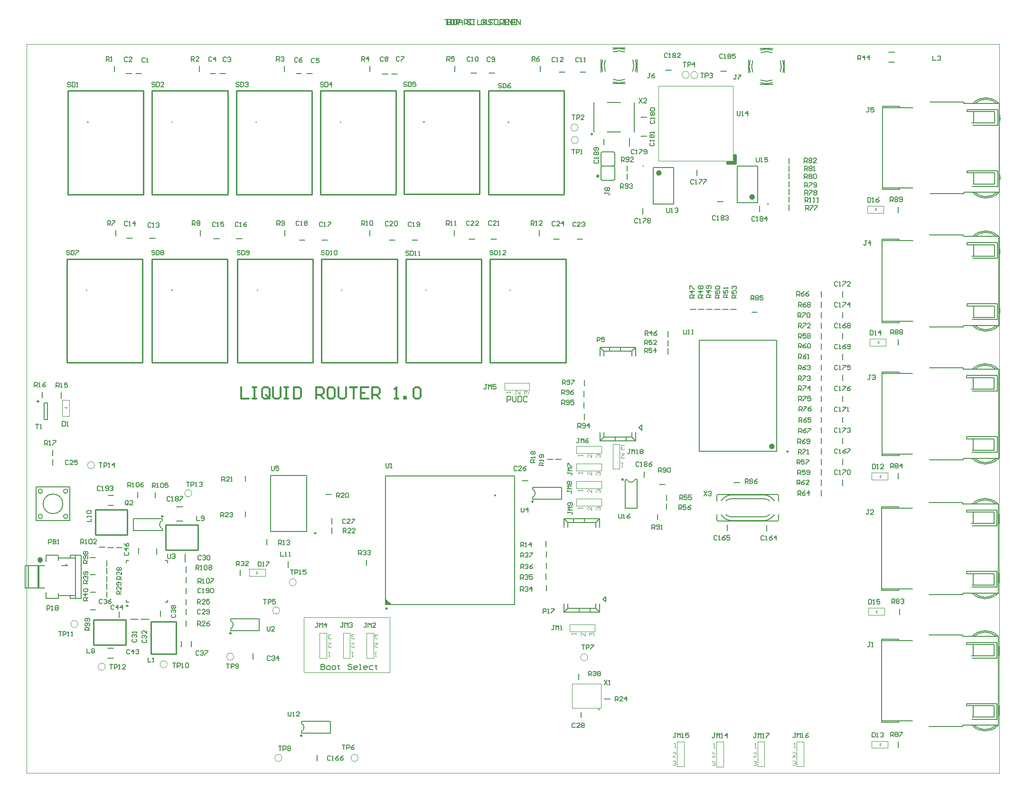
<source format=gto>
G04 Layer_Color=65535*
%FSLAX43Y43*%
%MOMM*%
G71*
G01*
G75*
%ADD10C,0.100*%
%ADD49C,0.200*%
%ADD50C,0.400*%
%ADD51C,0.250*%
%ADD54C,0.300*%
%ADD77C,0.254*%
%ADD86C,0.500*%
%ADD87C,0.070*%
%ADD88C,0.050*%
%ADD89C,0.150*%
G36*
X55000Y20000D02*
X54000D01*
Y21000D01*
X55000Y20000D01*
D02*
G37*
D10*
X29650Y25100D02*
X32525D01*
X29650D02*
Y26350D01*
X32525D01*
Y25100D02*
Y26350D01*
X30950Y25475D02*
Y25975D01*
X31200Y25725D01*
X30950Y25475D02*
X31200Y25725D01*
X94500Y44225D02*
Y47100D01*
X95750Y44225D02*
Y47100D01*
X94500Y44225D02*
X95750D01*
X94500Y48675D02*
X95750D01*
X94500Y45800D02*
Y48675D01*
X95750Y45800D02*
Y48675D01*
X-3675Y53650D02*
Y56525D01*
X-2425D01*
Y53650D02*
Y56525D01*
X-3675Y53650D02*
X-2425D01*
X-3300Y55225D02*
X-2800D01*
X-3050Y54975D02*
X-2800Y55225D01*
X-3300D02*
X-3050Y54975D01*
X88425Y15225D02*
X91300D01*
X88425Y16475D02*
X91300D01*
Y15225D02*
Y16475D01*
X86850Y15225D02*
Y16475D01*
Y15225D02*
X89725D01*
X86850Y16475D02*
X89725D01*
X50578Y10471D02*
Y13346D01*
X51828Y10471D02*
Y13346D01*
X50578Y10471D02*
X51828D01*
X50578Y14921D02*
X51828D01*
X50578Y12046D02*
Y14921D01*
X51828Y12046D02*
Y14921D01*
X47653Y12046D02*
Y14921D01*
X46403Y12046D02*
Y14921D01*
X47653D01*
X46403Y10471D02*
X47653D01*
Y13346D01*
X46403Y10471D02*
Y13346D01*
X42228Y10471D02*
Y13346D01*
X43478Y10471D02*
Y13346D01*
X42228Y10471D02*
X43478D01*
X42228Y14921D02*
X43478D01*
X42228Y12046D02*
Y14921D01*
X43478Y12046D02*
Y14921D01*
X76775Y58325D02*
X79650D01*
X76775Y59575D02*
X79650D01*
Y58325D02*
Y59575D01*
X75200Y58325D02*
Y59575D01*
Y58325D02*
X78075D01*
X75200Y59575D02*
X78075D01*
X88025Y48325D02*
X90900D01*
X88025Y47075D02*
X90900D01*
X88025D02*
Y48325D01*
X92475Y47075D02*
Y48325D01*
X89600D02*
X92475D01*
X89600Y47075D02*
X92475D01*
X89600Y43942D02*
X92475D01*
X89600Y45192D02*
X92475D01*
Y43942D02*
Y45192D01*
X88025Y43942D02*
Y45192D01*
Y43942D02*
X90900D01*
X88025Y45192D02*
X90900D01*
X88025Y42058D02*
X90900D01*
X88025Y40808D02*
X90900D01*
X88025D02*
Y42058D01*
X92475Y40808D02*
Y42058D01*
X89600D02*
X92475D01*
X89600Y40808D02*
X92475D01*
X89600Y37675D02*
X92475D01*
X89600Y38925D02*
X92475D01*
Y37675D02*
Y38925D01*
X88025Y37675D02*
Y38925D01*
Y37675D02*
X90900D01*
X88025Y38925D02*
X90900D01*
X87214Y5899D02*
X92421D01*
X87214Y1581D02*
Y5899D01*
Y1581D02*
X90612D01*
X92421D02*
Y5899D01*
X90612Y1581D02*
X92421D01*
X140706Y43550D02*
X143581D01*
Y42300D02*
Y43550D01*
X140706Y42300D02*
X143581D01*
X140706D02*
Y43550D01*
X142281Y42675D02*
Y43175D01*
X142031Y42925D02*
X142281Y42675D01*
X142031Y42925D02*
X142281Y43175D01*
X140677Y-4325D02*
X143552D01*
Y-5575D02*
Y-4325D01*
X140677Y-5575D02*
X143552D01*
X140677D02*
Y-4325D01*
X142252Y-5200D02*
Y-4700D01*
X142002Y-4950D02*
X142252Y-5200D01*
X142002Y-4950D02*
X142252Y-4700D01*
X140334Y67436D02*
X143209D01*
Y66186D02*
Y67436D01*
X140334Y66186D02*
X143209D01*
X140334D02*
Y67436D01*
X141909Y66561D02*
Y67061D01*
X141659Y66811D02*
X141909Y66561D01*
X141659Y66811D02*
X141909Y67061D01*
X140053Y19415D02*
X142928D01*
Y18165D02*
Y19415D01*
X140053Y18165D02*
X142928D01*
X140053D02*
Y19415D01*
X141628Y18540D02*
Y19040D01*
X141378Y18790D02*
X141628Y18540D01*
X141378Y18790D02*
X141628Y19040D01*
X139900Y91150D02*
X142775D01*
Y89900D02*
Y91150D01*
X139900Y89900D02*
X142775D01*
X139900D02*
Y91150D01*
X141475Y90275D02*
Y90775D01*
X141225Y90525D02*
X141475Y90275D01*
X141225Y90525D02*
X141475Y90775D01*
X114225Y-7325D02*
Y-4450D01*
X112975Y-7325D02*
Y-4450D01*
X114225D01*
X112975Y-8900D02*
X114225D01*
Y-6025D01*
X112975Y-8900D02*
Y-6025D01*
X107225Y-7275D02*
Y-4400D01*
X105975Y-7275D02*
Y-4400D01*
X107225D01*
X105975Y-8850D02*
X107225D01*
Y-5975D01*
X105975Y-8850D02*
Y-5975D01*
X128575Y-7275D02*
Y-4400D01*
X127325Y-7275D02*
Y-4400D01*
X128575D01*
X127325Y-8850D02*
X128575D01*
Y-5975D01*
X127325Y-8850D02*
Y-5975D01*
X121575Y-7300D02*
Y-4425D01*
X120325Y-7300D02*
Y-4425D01*
X121575D01*
X120325Y-8875D02*
X121575D01*
Y-6000D01*
X120325Y-8875D02*
Y-6000D01*
X39450Y7925D02*
Y17775D01*
Y7925D02*
X54775D01*
Y17750D01*
X54750Y17775D02*
X54775Y17750D01*
X39450Y17775D02*
X54750D01*
X96268Y45307D02*
X96001D01*
X96135D01*
Y44507D01*
X96268Y44641D01*
X95989Y46958D02*
X96522D01*
X95989Y46425D01*
Y46292D01*
X96122Y46158D01*
X96389D01*
X96522Y46292D01*
Y47816D02*
X96389Y47682D01*
X96122D01*
X95989Y47816D01*
Y47949D01*
X96122Y48082D01*
X96255D01*
X96122D01*
X95989Y48215D01*
Y48349D01*
X96122Y48482D01*
X96389D01*
X96522Y48349D01*
X90441Y14453D02*
X90307Y14586D01*
Y14853D01*
X90441Y14986D01*
X90574D01*
X90707Y14853D01*
Y14720D01*
Y14853D01*
X90840Y14986D01*
X90974D01*
X91107Y14853D01*
Y14586D01*
X90974Y14453D01*
X89583Y14986D02*
Y14453D01*
X89050Y14986D01*
X88917D01*
X88783Y14853D01*
Y14586D01*
X88917Y14453D01*
X87932Y14707D02*
Y14974D01*
Y14840D01*
X87132D01*
X87266Y14707D01*
X52346Y11553D02*
X52079D01*
X52213D01*
Y10753D01*
X52346Y10886D01*
X52067Y13204D02*
X52600D01*
X52067Y12670D01*
Y12537D01*
X52200Y12404D01*
X52467D01*
X52600Y12537D01*
Y14061D02*
X52467Y13928D01*
X52200D01*
X52067Y14061D01*
Y14194D01*
X52200Y14328D01*
X52333D01*
X52200D01*
X52067Y14461D01*
Y14594D01*
X52200Y14728D01*
X52467D01*
X52600Y14594D01*
X48425Y14061D02*
X48292Y13928D01*
X48025D01*
X47892Y14061D01*
Y14194D01*
X48025Y14328D01*
X48158D01*
X48025D01*
X47892Y14461D01*
Y14594D01*
X48025Y14728D01*
X48292D01*
X48425Y14594D01*
X47892Y13204D02*
X48425D01*
X47892Y12670D01*
Y12537D01*
X48025Y12404D01*
X48292D01*
X48425Y12537D01*
X48171Y11553D02*
X47904D01*
X48038D01*
Y10753D01*
X48171Y10886D01*
X43996Y11553D02*
X43729D01*
X43862D01*
Y10753D01*
X43996Y10886D01*
X43716Y13204D02*
X44250D01*
X43716Y12670D01*
Y12537D01*
X43850Y12404D01*
X44116D01*
X44250Y12537D01*
Y14061D02*
X44116Y13928D01*
X43850D01*
X43716Y14061D01*
Y14194D01*
X43850Y14328D01*
X43983D01*
X43850D01*
X43716Y14461D01*
Y14594D01*
X43850Y14728D01*
X44116D01*
X44250Y14594D01*
X78791Y57553D02*
X78657Y57686D01*
Y57953D01*
X78791Y58086D01*
X78924D01*
X79057Y57953D01*
Y57820D01*
Y57953D01*
X79190Y58086D01*
X79324D01*
X79457Y57953D01*
Y57686D01*
X79324Y57553D01*
X77933Y58086D02*
Y57553D01*
X77400Y58086D01*
X77267D01*
X77133Y57953D01*
Y57686D01*
X77267Y57553D01*
X76282Y57807D02*
Y58074D01*
Y57940D01*
X75482D01*
X75616Y57807D01*
X89107Y46557D02*
Y46824D01*
Y46690D01*
X88307D01*
X88441Y46557D01*
X90758Y46836D02*
Y46303D01*
X90225Y46836D01*
X90092D01*
X89958Y46703D01*
Y46436D01*
X90092Y46303D01*
X91616D02*
X91482Y46436D01*
Y46703D01*
X91616Y46836D01*
X91749D01*
X91882Y46703D01*
Y46570D01*
Y46703D01*
X92015Y46836D01*
X92149D01*
X92282Y46703D01*
Y46436D01*
X92149Y46303D01*
X91616Y43170D02*
X91482Y43303D01*
Y43570D01*
X91616Y43703D01*
X91749D01*
X91882Y43570D01*
Y43436D01*
Y43570D01*
X92015Y43703D01*
X92149D01*
X92282Y43570D01*
Y43303D01*
X92149Y43170D01*
X90758Y43703D02*
Y43170D01*
X90225Y43703D01*
X90092D01*
X89958Y43570D01*
Y43303D01*
X90092Y43170D01*
X89107Y43424D02*
Y43690D01*
Y43557D01*
X88307D01*
X88441Y43424D01*
X89107Y40290D02*
Y40557D01*
Y40424D01*
X88307D01*
X88441Y40290D01*
X90758Y40569D02*
Y40036D01*
X90225Y40569D01*
X90092D01*
X89958Y40436D01*
Y40170D01*
X90092Y40036D01*
X91616D02*
X91482Y40170D01*
Y40436D01*
X91616Y40569D01*
X91749D01*
X91882Y40436D01*
Y40303D01*
Y40436D01*
X92015Y40569D01*
X92149D01*
X92282Y40436D01*
Y40170D01*
X92149Y40036D01*
X91616Y36903D02*
X91482Y37036D01*
Y37303D01*
X91616Y37436D01*
X91749D01*
X91882Y37303D01*
Y37170D01*
Y37303D01*
X92015Y37436D01*
X92149D01*
X92282Y37303D01*
Y37036D01*
X92149Y36903D01*
X90758Y37436D02*
Y36903D01*
X90225Y37436D01*
X90092D01*
X89958Y37303D01*
Y37036D01*
X90092Y36903D01*
X89107Y37157D02*
Y37424D01*
Y37290D01*
X88307D01*
X88441Y37157D01*
X112457Y-5532D02*
X112724D01*
X112590D01*
Y-4732D01*
X112457Y-4866D01*
X112736Y-7183D02*
X112203D01*
X112736Y-6650D01*
Y-6517D01*
X112603Y-6383D01*
X112336D01*
X112203Y-6517D01*
Y-8041D02*
X112336Y-7907D01*
X112603D01*
X112736Y-8041D01*
Y-8174D01*
X112603Y-8307D01*
X112470D01*
X112603D01*
X112736Y-8440D01*
Y-8574D01*
X112603Y-8707D01*
X112336D01*
X112203Y-8574D01*
X105457Y-5482D02*
X105724D01*
X105590D01*
Y-4682D01*
X105457Y-4816D01*
X105736Y-7133D02*
X105203D01*
X105736Y-6600D01*
Y-6467D01*
X105603Y-6333D01*
X105336D01*
X105203Y-6467D01*
Y-7991D02*
X105336Y-7857D01*
X105603D01*
X105736Y-7991D01*
Y-8124D01*
X105603Y-8257D01*
X105470D01*
X105603D01*
X105736Y-8390D01*
Y-8524D01*
X105603Y-8657D01*
X105336D01*
X105203Y-8524D01*
X126807Y-5482D02*
X127074D01*
X126940D01*
Y-4682D01*
X126807Y-4816D01*
X127086Y-7133D02*
X126553D01*
X127086Y-6600D01*
Y-6467D01*
X126953Y-6333D01*
X126686D01*
X126553Y-6467D01*
Y-7991D02*
X126686Y-7857D01*
X126953D01*
X127086Y-7991D01*
Y-8124D01*
X126953Y-8257D01*
X126820D01*
X126953D01*
X127086Y-8390D01*
Y-8524D01*
X126953Y-8657D01*
X126686D01*
X126553Y-8524D01*
X119807Y-5507D02*
X120074D01*
X119940D01*
Y-4707D01*
X119807Y-4841D01*
X120086Y-7158D02*
X119553D01*
X120086Y-6625D01*
Y-6492D01*
X119953Y-6358D01*
X119686D01*
X119553Y-6492D01*
Y-8016D02*
X119686Y-7882D01*
X119953D01*
X120086Y-8016D01*
Y-8149D01*
X119953Y-8282D01*
X119820D01*
X119953D01*
X120086Y-8415D01*
Y-8549D01*
X119953Y-8682D01*
X119686D01*
X119553Y-8549D01*
X163425Y-10000D02*
Y120000D01*
X-10000Y-10000D02*
X163425D01*
X-10000D02*
Y120000D01*
X163425D01*
D49*
X38965Y-2608D02*
G03*
X38959Y-1149I-326J728D01*
G01*
X26338Y15676D02*
G03*
X26333Y17135I-326J728D01*
G01*
X14156Y35022D02*
G03*
X14162Y33563I326J-728D01*
G01*
X97016Y42335D02*
G03*
X98475Y42341I728J326D01*
G01*
X113828Y36075D02*
G03*
X115775Y35000I1947J1225D01*
G01*
X114670Y36075D02*
G03*
X115775Y35650I1105J1225D01*
G01*
X122480Y38525D02*
G03*
X121375Y38950I-1105J-1225D01*
G01*
X123322Y38525D02*
G03*
X121375Y39600I-1947J-1225D01*
G01*
X113050Y35150D02*
G03*
X113300Y34900I250J0D01*
G01*
Y39700D02*
G03*
X113050Y39450I0J-250D01*
G01*
X124100D02*
G03*
X123850Y39700I-250J0D01*
G01*
Y34900D02*
G03*
X124100Y35150I0J250D01*
G01*
X115775Y39600D02*
G03*
X113828Y38525I0J-2300D01*
G01*
X121375Y35000D02*
G03*
X123322Y36075I0J2300D01*
G01*
X121375Y35650D02*
G03*
X122480Y36075I0J1650D01*
G01*
X115775Y38950D02*
G03*
X114670Y38525I0J-1650D01*
G01*
X163229Y14363D02*
G03*
X163145Y14472I-440J-254D01*
G01*
Y-1621D02*
G03*
X163229Y-1512I-356J363D01*
G01*
X163307Y10775D02*
G03*
X163307Y12667I-2575J946D01*
G01*
Y183D02*
G03*
X163307Y2076I-2575J946D01*
G01*
X162890Y14363D02*
G03*
X158958Y14363I-1966J-2155D01*
G01*
Y-1512D02*
G03*
X162890Y-1512I1966J2155D01*
G01*
X163145Y14472D02*
G03*
X158598Y14363I-2221J-2264D01*
G01*
Y-1512D02*
G03*
X163145Y-1621I2326J2155D01*
G01*
X163230Y37953D02*
G03*
X163146Y38062I-440J-254D01*
G01*
Y21969D02*
G03*
X163230Y22078I-356J363D01*
G01*
X163308Y34365D02*
G03*
X163308Y36257I-2575J946D01*
G01*
Y23773D02*
G03*
X163308Y25666I-2575J946D01*
G01*
X162891Y37953D02*
G03*
X158959Y37953I-1966J-2155D01*
G01*
Y22078D02*
G03*
X162891Y22078I1966J2155D01*
G01*
X163146Y38062D02*
G03*
X158599Y37953I-2221J-2264D01*
G01*
Y22078D02*
G03*
X163146Y21969I2326J2155D01*
G01*
X163254Y61988D02*
G03*
X163170Y62097I-440J-254D01*
G01*
Y46004D02*
G03*
X163254Y46113I-356J363D01*
G01*
X163332Y58400D02*
G03*
X163332Y60292I-2575J946D01*
G01*
Y47808D02*
G03*
X163332Y49701I-2575J946D01*
G01*
X162915Y61988D02*
G03*
X158983Y61988I-1966J-2155D01*
G01*
Y46113D02*
G03*
X162915Y46113I1966J2155D01*
G01*
X163170Y62097D02*
G03*
X158623Y61988I-2221J-2264D01*
G01*
Y46113D02*
G03*
X163170Y46004I2326J2155D01*
G01*
X163352Y109438D02*
G03*
X163268Y109546I-440J-254D01*
G01*
Y93454D02*
G03*
X163352Y93563I-356J363D01*
G01*
X163430Y105850D02*
G03*
X163430Y107742I-2575J946D01*
G01*
Y95258D02*
G03*
X163430Y97150I-2575J946D01*
G01*
X163013Y109438D02*
G03*
X159082Y109438I-1966J-2155D01*
G01*
Y93563D02*
G03*
X163013Y93563I1966J2155D01*
G01*
X163268Y109546D02*
G03*
X158721Y109438I-2221J-2264D01*
G01*
Y93563D02*
G03*
X163268Y93454I2326J2155D01*
G01*
X163332Y85693D02*
G03*
X163248Y85801I-440J-254D01*
G01*
Y69709D02*
G03*
X163332Y69817I-356J363D01*
G01*
X163410Y82105D02*
G03*
X163410Y83997I-2575J946D01*
G01*
Y71513D02*
G03*
X163410Y73405I-2575J946D01*
G01*
X162993Y85693D02*
G03*
X159062Y85693I-1966J-2155D01*
G01*
Y69817D02*
G03*
X162993Y69817I1966J2155D01*
G01*
X163248Y85801D02*
G03*
X158701Y85693I-2221J-2264D01*
G01*
Y69817D02*
G03*
X163248Y69709I2326J2155D01*
G01*
X120887Y113129D02*
G03*
X122963Y113129I1038J2921D01*
G01*
X124846Y115012D02*
G03*
X124846Y117088I-2921J1038D01*
G01*
X122963Y118971D02*
G03*
X120887Y118971I-1038J-2921D01*
G01*
X119004Y117088D02*
G03*
X119004Y115012I2921J-1038D01*
G01*
X120933Y113593D02*
G03*
X122917Y113593I992J2457D01*
G01*
X124382Y115058D02*
G03*
X124382Y117042I-2457J992D01*
G01*
X122917Y118507D02*
G03*
X120933Y118507I-992J-2457D01*
G01*
X119468Y117042D02*
G03*
X119468Y115058I2457J-992D01*
G01*
X94587Y113254D02*
G03*
X96663Y113254I1038J2921D01*
G01*
X98546Y115137D02*
G03*
X98546Y117213I-2921J1038D01*
G01*
X96663Y119096D02*
G03*
X94587Y119096I-1038J-2921D01*
G01*
X92704Y117213D02*
G03*
X92704Y115137I2921J-1038D01*
G01*
X94633Y113718D02*
G03*
X96617Y113718I992J2457D01*
G01*
X98082Y115183D02*
G03*
X98082Y117167I-2457J992D01*
G01*
X96617Y118632D02*
G03*
X94633Y118632I-992J-2457D01*
G01*
X93168Y117167D02*
G03*
X93168Y115183I2457J-992D01*
G01*
X-7192Y35752D02*
G03*
X-7192Y35752I-381J0D01*
G01*
Y40248D02*
G03*
X-7192Y40248I-381J0D01*
G01*
X-2696Y35752D02*
G03*
X-2696Y35752I-381J0D01*
G01*
Y40248D02*
G03*
X-2696Y40248I-381J0D01*
G01*
X-3572Y38000D02*
G03*
X-3572Y38000I-1753J0D01*
G01*
X80209Y39157D02*
G03*
X80204Y40617I-326J728D01*
G01*
X92119Y1327D02*
G03*
X92119Y1327I-79J0D01*
G01*
X98300Y104375D02*
Y109575D01*
X91100Y104375D02*
Y109575D01*
X93500Y104375D02*
X95900D01*
X93500Y109575D02*
X95900D01*
X38965Y-2928D02*
X44110D01*
X38959Y-820D02*
X44110D01*
Y-2928D02*
Y-820D01*
X38965Y-2928D02*
Y-2608D01*
X38959Y-1149D02*
Y-820D01*
X26338Y15356D02*
X31484D01*
X26333Y17465D02*
X31484D01*
Y15356D02*
Y17465D01*
X26338Y15356D02*
Y15676D01*
X26333Y17135D02*
Y17465D01*
X41775Y-7800D02*
Y-6800D01*
X30375Y10275D02*
Y11275D01*
X116700Y98250D02*
X120350D01*
X116700Y91750D02*
Y98250D01*
Y91750D02*
X120350D01*
Y98250D01*
X101725Y91525D02*
Y98025D01*
X105375D01*
Y91525D02*
Y98025D01*
X101725Y91525D02*
X105375D01*
X6000Y30225D02*
X7000D01*
X2925Y30275D02*
X3925D01*
X7750Y20475D02*
X8175D01*
X7750D02*
Y20900D01*
X14725Y20475D02*
X15150D01*
Y20900D01*
X14725Y27875D02*
X15150D01*
Y27450D02*
Y27875D01*
X7750D02*
X8175D01*
X7750Y27450D02*
Y27875D01*
X4250Y24100D02*
Y25100D01*
Y22712D02*
Y23712D01*
Y21350D02*
Y22350D01*
Y26875D02*
Y27875D01*
X1277Y28450D02*
X2277D01*
X1277Y25326D02*
X2277D01*
X1277Y22202D02*
X2277D01*
X1277Y19078D02*
X2277D01*
X6450Y17775D02*
Y18775D01*
X8500Y17425D02*
X9900D01*
X10375D02*
X11775D01*
X13850Y17950D02*
Y18950D01*
X9011Y35341D02*
X14156D01*
X9011Y33233D02*
X14162D01*
X9011D02*
Y35341D01*
X14156Y35022D02*
Y35341D01*
X14162Y33233D02*
Y33563D01*
X4500Y37700D02*
X5500D01*
X4500Y39500D02*
X5500D01*
X9800Y39075D02*
Y40075D01*
X12875Y39050D02*
Y40050D01*
X13175Y29000D02*
Y30000D01*
X18275Y27650D02*
Y29050D01*
X28028Y25191D02*
Y26191D01*
X18450Y25800D02*
Y26800D01*
Y23925D02*
Y24925D01*
Y22000D02*
Y23000D01*
X18400Y20000D02*
Y21000D01*
X18425Y18225D02*
Y19225D01*
Y16150D02*
Y17150D01*
X19375Y12500D02*
Y13500D01*
X17575Y12500D02*
Y13500D01*
X4425Y10475D02*
X5425D01*
X4425Y12275D02*
X5425D01*
X99500Y106975D02*
X100500D01*
X99500Y103575D02*
X100500D01*
X97525Y101850D02*
Y103250D01*
X92950Y102100D02*
Y103100D01*
X97050Y97375D02*
Y98375D01*
Y95900D02*
Y96900D01*
X99850Y89750D02*
Y90750D01*
X109475Y96550D02*
Y97550D01*
X113175Y91875D02*
X114175D01*
X120650Y90150D02*
Y91150D01*
X125950Y98725D02*
Y99725D01*
Y97342D02*
Y98342D01*
Y95958D02*
Y96958D01*
Y94575D02*
Y95575D01*
Y93192D02*
Y94192D01*
Y91808D02*
Y92808D01*
Y90425D02*
Y91425D01*
X131675Y74875D02*
Y75875D01*
Y73010D02*
Y74010D01*
Y71146D02*
Y72146D01*
Y69282D02*
Y70282D01*
Y67417D02*
Y68417D01*
Y65553D02*
Y66553D01*
Y63688D02*
Y64688D01*
Y61824D02*
Y62824D01*
Y59959D02*
Y60959D01*
Y58095D02*
Y59095D01*
Y56230D02*
Y57230D01*
Y54366D02*
Y55366D01*
Y52501D02*
Y53501D01*
Y50637D02*
Y51637D01*
Y48772D02*
Y49772D01*
Y46908D02*
Y47908D01*
Y45043D02*
Y46043D01*
Y43179D02*
Y44179D01*
Y41314D02*
Y42314D01*
Y39450D02*
Y40450D01*
X115550Y72675D02*
X116550D01*
X114110D02*
X115110D01*
X112670D02*
X113670D01*
X111230D02*
X112230D01*
X109790D02*
X110790D01*
X108350D02*
X109350D01*
X109975Y67150D02*
X123775D01*
X109975Y47350D02*
Y67150D01*
Y47350D02*
X123775D01*
Y67150D01*
X104325Y67775D02*
Y68775D01*
X104350Y66200D02*
Y67200D01*
X104325Y64750D02*
Y65750D01*
X89425Y59050D02*
Y60050D01*
X89400Y57100D02*
Y58100D01*
X89375Y55100D02*
Y56100D01*
X89425Y53075D02*
Y54075D01*
X96696Y37190D02*
Y42335D01*
X98804Y37190D02*
Y42341D01*
X96696Y37190D02*
X98804D01*
X96696Y42335D02*
X97016D01*
X98475Y42341D02*
X98804D01*
X116125Y41800D02*
X117125D01*
X113050Y35150D02*
Y36075D01*
X124100Y38525D02*
Y39450D01*
X113050Y38525D02*
Y39450D01*
X113300Y39700D02*
X123850D01*
X124100Y35150D02*
Y36075D01*
X113300Y34900D02*
X123850D01*
X115775Y39600D02*
X121375D01*
X115775Y35000D02*
X121375D01*
X115775Y38950D02*
X121375D01*
X115775Y35650D02*
X121375D01*
X121975Y33125D02*
Y34125D01*
X114925Y33225D02*
Y34225D01*
X104075Y38600D02*
Y39600D01*
X104100Y37025D02*
Y38025D01*
X102475Y35150D02*
Y36150D01*
X142469Y-1004D02*
Y13855D01*
X150934Y14617D02*
X156947D01*
Y14363D02*
X163297D01*
X145517Y13601D02*
Y13855D01*
Y-1004D02*
Y-750D01*
X142469Y13855D02*
X145517D01*
X142469Y13601D02*
X147930D01*
X157582Y13296D02*
X163043D01*
X157582Y12915D02*
X162484D01*
X158452Y10883D02*
X162484D01*
X158614Y10502D02*
X163043D01*
X156947Y14363D02*
Y14617D01*
Y-1766D02*
Y-1512D01*
X157582Y2349D02*
X163043D01*
X157582Y1968D02*
X162484D01*
X157582Y12915D02*
Y13296D01*
Y1968D02*
Y2349D01*
X158757Y10883D02*
Y12915D01*
Y-64D02*
Y1968D01*
X158638Y-64D02*
X162484D01*
X158523Y-445D02*
X163043D01*
X142469Y-750D02*
X147930D01*
X142469Y-1004D02*
X145517D01*
X156947Y-1512D02*
X163297D01*
X150934Y-1766D02*
X156947D01*
X162484Y10883D02*
Y12915D01*
Y-64D02*
Y1968D01*
X163043Y-445D02*
Y2349D01*
Y10502D02*
Y13296D01*
X163297Y-1512D02*
Y14363D01*
X142470Y22586D02*
Y37445D01*
X150935Y38207D02*
X156948D01*
Y37953D02*
X163298D01*
X145518Y37191D02*
Y37445D01*
Y22586D02*
Y22840D01*
X142470Y37445D02*
X145518D01*
X142470Y37191D02*
X147931D01*
X157583Y36886D02*
X163044D01*
X157583Y36505D02*
X162485D01*
X158453Y34473D02*
X162485D01*
X158615Y34092D02*
X163044D01*
X156948Y37953D02*
Y38207D01*
Y21824D02*
Y22078D01*
X157583Y25939D02*
X163044D01*
X157583Y25558D02*
X162485D01*
X157583Y36505D02*
Y36886D01*
Y25558D02*
Y25939D01*
X158758Y34473D02*
Y36505D01*
Y23526D02*
Y25558D01*
X158639Y23526D02*
X162485D01*
X158524Y23145D02*
X163044D01*
X142470Y22840D02*
X147931D01*
X142470Y22586D02*
X145518D01*
X156948Y22078D02*
X163298D01*
X150935Y21824D02*
X156948D01*
X162485Y34473D02*
Y36505D01*
Y23526D02*
Y25558D01*
X163044Y23145D02*
Y25939D01*
Y34092D02*
Y36886D01*
X163298Y22078D02*
Y37953D01*
X142494Y46621D02*
Y61480D01*
X150959Y62242D02*
X156972D01*
Y61988D02*
X163322D01*
X145542Y61226D02*
Y61480D01*
Y46621D02*
Y46875D01*
X142494Y61480D02*
X145542D01*
X142494Y61226D02*
X147955D01*
X157607Y60921D02*
X163068D01*
X157607Y60540D02*
X162509D01*
X158477Y58508D02*
X162509D01*
X158639Y58127D02*
X163068D01*
X156972Y61988D02*
Y62242D01*
Y45859D02*
Y46113D01*
X157607Y49974D02*
X163068D01*
X157607Y49593D02*
X162509D01*
X157607Y60540D02*
Y60921D01*
Y49593D02*
Y49974D01*
X158782Y58508D02*
Y60540D01*
Y47561D02*
Y49593D01*
X158663Y47561D02*
X162509D01*
X158548Y47180D02*
X163068D01*
X142494Y46875D02*
X147955D01*
X142494Y46621D02*
X145542D01*
X156972Y46113D02*
X163322D01*
X150959Y45859D02*
X156972D01*
X162509Y58508D02*
Y60540D01*
Y47561D02*
Y49593D01*
X163068Y47180D02*
Y49974D01*
Y58127D02*
Y60921D01*
X163322Y46113D02*
Y61988D01*
X142592Y94071D02*
Y108930D01*
X151057Y109692D02*
X157070D01*
Y109438D02*
X163420D01*
X145640Y108676D02*
Y108930D01*
Y94071D02*
Y94325D01*
X142592Y108930D02*
X145640D01*
X142592Y108676D02*
X148053D01*
X157705Y108371D02*
X163166D01*
X157705Y107990D02*
X162607D01*
X158576Y105958D02*
X162607D01*
X158738Y105577D02*
X163166D01*
X157070Y109438D02*
Y109692D01*
Y93309D02*
Y93563D01*
X157705Y97423D02*
X163166D01*
X157705Y97042D02*
X162607D01*
X157705Y107990D02*
Y108371D01*
Y97042D02*
Y97423D01*
X158880Y105958D02*
Y107990D01*
Y95010D02*
Y97042D01*
X158761Y95010D02*
X162607D01*
X158647Y94629D02*
X163166D01*
X142592Y94325D02*
X148053D01*
X142592Y94071D02*
X145640D01*
X157070Y93563D02*
X163420D01*
X151057Y93309D02*
X157070D01*
X162607Y105958D02*
Y107990D01*
Y95010D02*
Y97042D01*
X163166Y94629D02*
Y97423D01*
Y105577D02*
Y108371D01*
X163420Y93563D02*
Y109438D01*
X142572Y70326D02*
Y85185D01*
X151037Y85947D02*
X157050D01*
Y85693D02*
X163400D01*
X145620Y84931D02*
Y85185D01*
Y70326D02*
Y70579D01*
X142572Y85185D02*
X145620D01*
X142572Y84931D02*
X148033D01*
X157685Y84626D02*
X163146D01*
X157685Y84245D02*
X162587D01*
X158555Y82213D02*
X162587D01*
X158718Y81832D02*
X163146D01*
X157050Y85693D02*
Y85947D01*
Y69563D02*
Y69817D01*
X157685Y73678D02*
X163146D01*
X157685Y73297D02*
X162587D01*
X157685Y84245D02*
Y84626D01*
Y73297D02*
Y73678D01*
X158860Y82213D02*
Y84245D01*
Y71265D02*
Y73297D01*
X158741Y71265D02*
X162587D01*
X158627Y70884D02*
X163146D01*
X142572Y70579D02*
X148033D01*
X142572Y70326D02*
X145620D01*
X157050Y69817D02*
X163400D01*
X151037Y69563D02*
X157050D01*
X162587Y82213D02*
Y84245D01*
Y71265D02*
Y73297D01*
X163146Y70884D02*
Y73678D01*
Y81832D02*
Y84626D01*
X163400Y69817D02*
Y85693D01*
X143717Y116771D02*
X144717D01*
X143717Y118571D02*
X144717D01*
X125125Y114912D02*
Y117188D01*
X120787Y112850D02*
X123063D01*
X120787Y119250D02*
X123063D01*
X118725Y114912D02*
Y117188D01*
X98825Y115037D02*
Y117313D01*
X94487Y112975D02*
X96763D01*
X94487Y119375D02*
X96763D01*
X92425Y115037D02*
Y117313D01*
X92375Y98470D02*
X92575Y98270D01*
X92375Y98470D02*
Y100610D01*
X92575Y100810D01*
X94625D01*
X94825Y100610D01*
Y98470D02*
Y100610D01*
X94625Y98270D02*
X94825Y98470D01*
X92575Y98270D02*
X94625D01*
X92575Y95730D02*
X94625D01*
X94825Y95930D01*
Y98070D01*
X94625Y98270D02*
X94825Y98070D01*
X92375D02*
X92575Y98270D01*
X92375Y95930D02*
Y98070D01*
Y95930D02*
X92575Y95730D01*
X9475Y114775D02*
X10475D01*
X7675Y114800D02*
X8675D01*
X24450Y114775D02*
X25450D01*
X22700D02*
X23700D01*
X39900Y114750D02*
X40900D01*
X38025D02*
X39025D01*
X55100Y114675D02*
X56100D01*
X53379Y114673D02*
X54379D01*
X72436Y114873D02*
X73436D01*
X69211D02*
X70211D01*
X88685Y114998D02*
X89685D01*
X84960D02*
X85960D01*
X11910Y85423D02*
X12910D01*
X7860D02*
X8860D01*
X23340Y85277D02*
X24340D01*
X27390D02*
X28390D01*
X42666Y85023D02*
X43666D01*
X38616D02*
X39616D01*
X58741D02*
X59741D01*
X54691D02*
X55691D01*
X72790Y85223D02*
X73790D01*
X68890D02*
X69890D01*
X88150Y85200D02*
X89150D01*
X83925D02*
X84925D01*
X-5386Y44895D02*
Y45895D01*
X78350Y42125D02*
X79350D01*
X44400Y34410D02*
Y35410D01*
X88850Y-150D02*
Y850D01*
X92725Y21000D02*
X93225Y20500D01*
X92725Y21000D02*
X93225Y21500D01*
Y20500D02*
Y21500D01*
X91475Y34675D02*
X92125Y35325D01*
X85825D02*
X86475Y34675D01*
X85825Y18675D02*
X92125D01*
X85825Y35325D02*
X92125D01*
Y18675D02*
Y20200D01*
X90475Y18675D02*
Y19325D01*
X91475D02*
Y20200D01*
Y19325D02*
X92125Y18675D01*
X88475D02*
Y19325D01*
X85825Y18675D02*
Y20200D01*
X86475Y19325D02*
Y20200D01*
X85825Y18675D02*
X86475Y19325D01*
X92125Y33800D02*
Y35325D01*
X89475Y34675D02*
Y35325D01*
X91475Y33800D02*
Y34675D01*
X92125Y35325D01*
X87475Y34675D02*
Y35325D01*
X85825Y33800D02*
Y35325D01*
X86475Y33800D02*
Y34675D01*
X85825Y35325D02*
X86475Y34675D01*
Y19325D02*
X91475D01*
X86475Y34675D02*
X91475D01*
X-4384Y21089D02*
Y22058D01*
X-6606Y21089D02*
Y22242D01*
X-9692Y22994D02*
Y26956D01*
X-7973Y22994D02*
Y26956D01*
X-7838Y22994D02*
Y26956D01*
X-10327Y22994D02*
X-6825D01*
X-10327D02*
Y26956D01*
X-6825D01*
X-6606Y21089D02*
X-4384D01*
X-6606Y27708D02*
Y28861D01*
X-4384D01*
X-1336Y21089D02*
Y28861D01*
X-320Y21089D02*
Y28861D01*
X-2243Y21089D02*
X-320D01*
X-2243D02*
Y21597D01*
X-4384D02*
X-1336D01*
X-4384Y27892D02*
Y28861D01*
Y28353D02*
X-1336D01*
X-2243D02*
Y28861D01*
X-320D01*
X-8325Y35000D02*
X-2325D01*
X-8325Y41000D02*
X-2325D01*
Y35000D02*
Y41000D01*
X-8325Y35000D02*
Y41000D01*
X5600Y115125D02*
Y116125D01*
X20788Y115125D02*
Y116125D01*
X35976Y115125D02*
Y116125D01*
X51165Y115125D02*
Y116125D01*
X66353Y115125D02*
Y116125D01*
X81541Y115125D02*
Y116125D01*
X5850Y85800D02*
Y86800D01*
X20955Y85800D02*
Y86800D01*
X36060Y85800D02*
Y86800D01*
X51165Y85800D02*
Y86800D01*
X66270Y85800D02*
Y86800D01*
X81375Y85800D02*
Y86800D01*
X32775Y30710D02*
Y31710D01*
X82550Y30350D02*
Y31350D01*
X-3875Y56900D02*
Y57900D01*
X-7225Y56975D02*
Y57975D01*
X-5386Y46620D02*
Y47620D01*
X82875Y45950D02*
X83875D01*
X84325D02*
X85325D01*
X43300Y39675D02*
X44300D01*
X28975Y42010D02*
Y43010D01*
X44400Y32735D02*
Y33735D01*
X29025Y35660D02*
Y36660D01*
X93000Y3175D02*
X94000D01*
X50600Y27025D02*
Y28025D01*
X82650Y22475D02*
Y23475D01*
X82600Y24500D02*
Y25500D01*
X82650Y26500D02*
Y27500D01*
Y28475D02*
Y29475D01*
X88425Y6675D02*
Y7675D01*
X-6925Y53075D02*
Y55975D01*
X-6275D01*
Y53075D02*
Y55975D01*
X-6925Y53075D02*
X-6275D01*
X77000Y20000D02*
Y43000D01*
X54000Y20000D02*
Y43000D01*
X77000D01*
X54000Y20000D02*
X77000D01*
X54000Y21000D02*
X55000Y20000D01*
X80204Y40617D02*
Y40946D01*
X80209Y38838D02*
Y39158D01*
X85355Y38838D02*
Y40946D01*
X80204D02*
X85355D01*
X80209Y38838D02*
X85355D01*
X39925Y33070D02*
Y43070D01*
X33475Y33070D02*
Y43070D01*
Y33070D02*
X39925D01*
X33475Y43070D02*
X39925D01*
X135525Y45033D02*
Y46033D01*
Y67433D02*
Y68433D01*
Y63700D02*
Y64700D01*
Y41300D02*
Y42300D01*
Y52500D02*
Y53500D01*
Y74900D02*
Y75900D01*
Y48767D02*
Y49767D01*
Y71167D02*
Y72167D01*
Y59967D02*
Y60967D01*
Y56233D02*
Y57233D01*
X103900Y115350D02*
X104900D01*
X113725Y115225D02*
X114725D01*
X100125Y42725D02*
Y43725D01*
X16725Y37450D02*
X17825D01*
X16725Y34950D02*
X17825D01*
X36589Y26925D02*
Y27475D01*
Y26650D02*
Y26925D01*
Y27475D02*
Y27750D01*
X92925Y65275D02*
X97925D01*
X92925Y49925D02*
X97925D01*
X92275Y65925D02*
X92925Y65275D01*
Y64400D02*
Y65275D01*
X92275Y64400D02*
Y65925D01*
X93925Y65275D02*
Y65925D01*
X97925Y65275D02*
X98575Y65925D01*
X97925Y64400D02*
Y65275D01*
X95925D02*
Y65925D01*
X98575Y64400D02*
Y65925D01*
X92275Y49275D02*
X92925Y49925D01*
Y50800D01*
X92275Y49275D02*
Y50800D01*
X94925Y49275D02*
Y49925D01*
X97925D02*
X98575Y49275D01*
X97925Y49925D02*
Y50800D01*
X96925Y49275D02*
Y49925D01*
X98575Y49275D02*
Y50800D01*
X92275Y65925D02*
X98575D01*
X92275Y49275D02*
X98575D01*
X92275Y65925D02*
X92925Y65275D01*
X97925D02*
X98575Y65925D01*
X99675Y51100D02*
Y52100D01*
X99175Y51600D02*
X99675Y52100D01*
X99175Y51600D02*
X99675Y51100D01*
X145653Y18290D02*
Y19290D01*
X145427Y42450D02*
Y43450D01*
X119300Y72175D02*
X120300D01*
X145427Y-5450D02*
Y-4450D01*
X145455Y66330D02*
Y67330D01*
X145375Y90000D02*
Y91000D01*
X102800Y41425D02*
X103800D01*
X4455Y30225D02*
X5455D01*
X4250Y25513D02*
Y26513D01*
X9950Y29075D02*
Y30075D01*
X64550Y124450D02*
X65216D01*
X64883D01*
Y123450D01*
X66050Y124450D02*
X65716D01*
X65550Y124283D01*
Y123617D01*
X65716Y123450D01*
X66050D01*
X66216Y123617D01*
Y124283D01*
X66050Y124450D01*
X66549Y123450D02*
Y124450D01*
X67049D01*
X67216Y124283D01*
Y123950D01*
X67049Y123783D01*
X66549D01*
X69215Y124283D02*
X69049Y124450D01*
X68715D01*
X68549Y124283D01*
Y124116D01*
X68715Y123950D01*
X69049D01*
X69215Y123783D01*
Y123617D01*
X69049Y123450D01*
X68715D01*
X68549Y123617D01*
X69548Y124450D02*
X69882D01*
X69715D01*
Y123450D01*
X69548D01*
X69882D01*
X70381Y124450D02*
Y123450D01*
X71048D01*
X71381Y124450D02*
Y123450D01*
Y123783D01*
X72048Y124450D01*
X71548Y123950D01*
X72048Y123450D01*
X73047Y124283D02*
X72881Y124450D01*
X72547D01*
X72381Y124283D01*
Y124116D01*
X72547Y123950D01*
X72881D01*
X73047Y123783D01*
Y123617D01*
X72881Y123450D01*
X72547D01*
X72381Y123617D01*
X74047Y124283D02*
X73880Y124450D01*
X73547D01*
X73380Y124283D01*
Y123617D01*
X73547Y123450D01*
X73880D01*
X74047Y123617D01*
X74380Y123450D02*
Y124450D01*
X74880D01*
X75047Y124283D01*
Y123950D01*
X74880Y123783D01*
X74380D01*
X74713D02*
X75047Y123450D01*
X76046Y124450D02*
X75380D01*
Y123450D01*
X76046D01*
X75380Y123950D02*
X75713D01*
X77046Y124450D02*
X76380D01*
Y123450D01*
X77046D01*
X76380Y123950D02*
X76713D01*
X77379Y123450D02*
Y124450D01*
X78046Y123450D01*
Y124450D01*
X75625Y56175D02*
Y57175D01*
X76125D01*
X76291Y57008D01*
Y56675D01*
X76125Y56508D01*
X75625D01*
X76625Y57175D02*
Y56342D01*
X76791Y56175D01*
X77125D01*
X77291Y56342D01*
Y57175D01*
X77624D02*
Y56175D01*
X78124D01*
X78291Y56342D01*
Y57008D01*
X78124Y57175D01*
X77624D01*
X79290Y57008D02*
X79124Y57175D01*
X78791D01*
X78624Y57008D01*
Y56342D01*
X78791Y56175D01*
X79124D01*
X79290Y56342D01*
X42450Y9400D02*
Y8400D01*
X42950D01*
X43116Y8567D01*
Y8733D01*
X42950Y8900D01*
X42450D01*
X42950D01*
X43116Y9066D01*
Y9233D01*
X42950Y9400D01*
X42450D01*
X43616Y8400D02*
X43950D01*
X44116Y8567D01*
Y8900D01*
X43950Y9066D01*
X43616D01*
X43450Y8900D01*
Y8567D01*
X43616Y8400D01*
X44616D02*
X44949D01*
X45116Y8567D01*
Y8900D01*
X44949Y9066D01*
X44616D01*
X44449Y8900D01*
Y8567D01*
X44616Y8400D01*
X45616Y9233D02*
Y9066D01*
X45449D01*
X45782D01*
X45616D01*
Y8567D01*
X45782Y8400D01*
X47948Y9233D02*
X47782Y9400D01*
X47448D01*
X47282Y9233D01*
Y9066D01*
X47448Y8900D01*
X47782D01*
X47948Y8733D01*
Y8567D01*
X47782Y8400D01*
X47448D01*
X47282Y8567D01*
X48781Y8400D02*
X48448D01*
X48281Y8567D01*
Y8900D01*
X48448Y9066D01*
X48781D01*
X48948Y8900D01*
Y8733D01*
X48281D01*
X49281Y8400D02*
X49614D01*
X49448D01*
Y9400D01*
X49281D01*
X50614Y8400D02*
X50281D01*
X50114Y8567D01*
Y8900D01*
X50281Y9066D01*
X50614D01*
X50781Y8900D01*
Y8733D01*
X50114D01*
X51780Y9066D02*
X51280D01*
X51114Y8900D01*
Y8567D01*
X51280Y8400D01*
X51780D01*
X52280Y9233D02*
Y9066D01*
X52114D01*
X52447D01*
X52280D01*
Y8567D01*
X52447Y8400D01*
X65050Y124450D02*
Y123450D01*
X65550D01*
X65716Y123617D01*
Y123783D01*
X65550Y123950D01*
X65050D01*
X65550D01*
X65716Y124116D01*
Y124283D01*
X65550Y124450D01*
X65050D01*
X66549D02*
X66216D01*
X66050Y124283D01*
Y123617D01*
X66216Y123450D01*
X66549D01*
X66716Y123617D01*
Y124283D01*
X66549Y124450D01*
X67049Y123450D02*
Y124116D01*
X67382Y124450D01*
X67716Y124116D01*
Y123450D01*
Y123950D01*
X67049D01*
X68049Y123450D02*
Y124450D01*
X68549D01*
X68715Y124283D01*
Y123950D01*
X68549Y123783D01*
X68049D01*
X68382D02*
X68715Y123450D01*
X69049Y124450D02*
Y123450D01*
X69548D01*
X69715Y123617D01*
Y124283D01*
X69548Y124450D01*
X69049D01*
X71548D02*
X71215D01*
X71048Y124283D01*
Y123617D01*
X71215Y123450D01*
X71548D01*
X71714Y123617D01*
Y124283D01*
X71548Y124450D01*
X72048D02*
Y123617D01*
X72214Y123450D01*
X72547D01*
X72714Y123617D01*
Y124450D01*
X73047D02*
X73714D01*
X73380D01*
Y123450D01*
X74047Y124450D02*
Y123450D01*
X74713D01*
X75047Y124450D02*
X75380D01*
X75213D01*
Y123450D01*
X75047D01*
X75380D01*
X75880D02*
Y124450D01*
X76546Y123450D01*
Y124450D01*
X77546D02*
X76879D01*
Y123450D01*
X77546D01*
X76879Y123950D02*
X77213D01*
D50*
X114969Y98766D02*
Y98966D01*
Y98766D02*
X116369D01*
Y100166D01*
X116169D02*
X116369D01*
X116169Y98966D02*
Y100166D01*
X114969Y98966D02*
X116169D01*
D51*
X90885Y103975D02*
G03*
X90885Y103975I-125J0D01*
G01*
X39079Y-3360D02*
G03*
X39079Y-3360I-125J0D01*
G01*
X26453Y14925D02*
G03*
X26453Y14925I-125J0D01*
G01*
X8025Y19825D02*
G03*
X8025Y19825I-125J0D01*
G01*
X14292Y35773D02*
G03*
X14292Y35773I-125J0D01*
G01*
X125800Y47350D02*
G03*
X125800Y47350I-125J0D01*
G01*
X96389Y42346D02*
G03*
X96389Y42346I-125J0D01*
G01*
X-7875Y56275D02*
G03*
X-7875Y56275I-125J0D01*
G01*
X54275Y19350D02*
G03*
X54275Y19350I-125J0D01*
G01*
X80324Y38406D02*
G03*
X80324Y38406I-125J0D01*
G01*
X41550Y32775D02*
G03*
X41550Y32775I-125J0D01*
G01*
X16675Y11200D02*
Y16950D01*
X12175Y11200D02*
X16675D01*
X12175D02*
Y16950D01*
X16675D01*
X7955Y32475D02*
Y36975D01*
X2205D02*
X7955D01*
X2205Y32475D02*
Y36975D01*
Y32475D02*
X7955D01*
X14775Y34225D02*
X20525D01*
Y29725D02*
Y34225D01*
X14775Y29725D02*
X20525D01*
X14775D02*
Y34225D01*
X7650Y12800D02*
Y17300D01*
X1900D02*
X7650D01*
X1900Y12800D02*
Y17300D01*
Y12800D02*
X7650D01*
D54*
X91972Y96492D02*
G03*
X91972Y96492I-150J0D01*
G01*
X28275Y58774D02*
Y56775D01*
X29608D01*
X30274Y58774D02*
X30941D01*
X30608D01*
Y56775D01*
X30274D01*
X30941D01*
X33273Y57108D02*
Y58441D01*
X32940Y58774D01*
X32274D01*
X31940Y58441D01*
Y57108D01*
X32274Y56775D01*
X32940D01*
X32607Y57441D02*
X33273Y56775D01*
X32940D02*
X33273Y57108D01*
X33940Y58774D02*
Y57108D01*
X34273Y56775D01*
X34940D01*
X35273Y57108D01*
Y58774D01*
X35939D02*
X36606D01*
X36272D01*
Y56775D01*
X35939D01*
X36606D01*
X37605Y58774D02*
Y56775D01*
X38605D01*
X38938Y57108D01*
Y58441D01*
X38605Y58774D01*
X37605D01*
X41604Y56775D02*
Y58774D01*
X42604D01*
X42937Y58441D01*
Y57775D01*
X42604Y57441D01*
X41604D01*
X42270D02*
X42937Y56775D01*
X44603Y58774D02*
X43937D01*
X43603Y58441D01*
Y57108D01*
X43937Y56775D01*
X44603D01*
X44936Y57108D01*
Y58441D01*
X44603Y58774D01*
X45603D02*
Y57108D01*
X45936Y56775D01*
X46602D01*
X46936Y57108D01*
Y58774D01*
X47602D02*
X48935D01*
X48269D01*
Y56775D01*
X50934Y58774D02*
X49601D01*
Y56775D01*
X50934D01*
X49601Y57775D02*
X50268D01*
X51601Y56775D02*
Y58774D01*
X52600D01*
X52934Y58441D01*
Y57775D01*
X52600Y57441D01*
X51601D01*
X52267D02*
X52934Y56775D01*
X55600D02*
X56266D01*
X55933D01*
Y58774D01*
X55600Y58441D01*
X57266Y56775D02*
Y57108D01*
X57599D01*
Y56775D01*
X57266D01*
X58932Y58441D02*
X59265Y58774D01*
X59931D01*
X60265Y58441D01*
Y57108D01*
X59931Y56775D01*
X59265D01*
X58932Y57108D01*
Y58441D01*
X73500Y39500D02*
X73500Y39500D01*
D77*
X122200Y91525D02*
G03*
X122200Y91525I-25J0D01*
G01*
X99925Y98250D02*
G03*
X99925Y98250I-25J0D01*
G01*
X-2703Y93200D02*
Y111700D01*
X10797Y93200D02*
Y111700D01*
X-2703D02*
X10797D01*
X822Y106150D02*
X847Y106175D01*
X-2703Y93200D02*
X10797D01*
X12323D02*
Y111700D01*
X25823Y93200D02*
Y111700D01*
X12323D02*
X25823D01*
X15848Y106150D02*
X15873Y106175D01*
X12323Y93200D02*
X25823D01*
X27348D02*
Y111700D01*
X40848Y93200D02*
Y111700D01*
X27348D02*
X40848D01*
X30873Y106150D02*
X30898Y106175D01*
X27348Y93200D02*
X40848D01*
X42374D02*
Y111700D01*
X55874Y93200D02*
Y111700D01*
X42374D02*
X55874D01*
X45899Y106150D02*
X45924Y106175D01*
X42374Y93200D02*
X55874D01*
X57250Y93225D02*
Y111725D01*
X70750Y93225D02*
Y111725D01*
X57250D02*
X70750D01*
X60775Y106175D02*
X60800Y106200D01*
X57250Y93225D02*
X70750D01*
X72319Y93200D02*
Y111700D01*
X85819Y93200D02*
Y111700D01*
X72319D02*
X85819D01*
X75844Y106150D02*
X75869Y106175D01*
X72319Y93200D02*
X85819D01*
X-2875Y63200D02*
Y81700D01*
X10625Y63200D02*
Y81700D01*
X-2875D02*
X10625D01*
X650Y76150D02*
X675Y76175D01*
X-2875Y63200D02*
X10625D01*
X12300D02*
Y81700D01*
X25800Y63200D02*
Y81700D01*
X12300D02*
X25800D01*
X15825Y76150D02*
X15850Y76175D01*
X12300Y63200D02*
X25800D01*
X27561D02*
Y81700D01*
X41061Y63200D02*
Y81700D01*
X27561D02*
X41061D01*
X31087Y76150D02*
X31111Y76175D01*
X27561Y63200D02*
X41061D01*
X42575D02*
Y81700D01*
X56075Y63200D02*
Y81700D01*
X42575D02*
X56075D01*
X46100Y76150D02*
X46125Y76175D01*
X42575Y63200D02*
X56075D01*
X57613D02*
Y81700D01*
X71113Y63200D02*
Y81700D01*
X57613D02*
X71113D01*
X61138Y76150D02*
X61163Y76175D01*
X57613Y63200D02*
X71113D01*
X72639D02*
Y81700D01*
X86139Y63200D02*
Y81700D01*
X72639D02*
X86139D01*
X76164Y76150D02*
X76189Y76175D01*
X72639Y63200D02*
X86139D01*
D86*
X119600Y92750D02*
G03*
X119600Y92750I-250J0D01*
G01*
X102975Y97025D02*
G03*
X102975Y97025I-250J0D01*
G01*
X123125Y48250D02*
G03*
X123125Y48250I-250J0D01*
G01*
X-7375Y27986D02*
G03*
X-7375Y27986I-250J0D01*
G01*
D87*
X88325Y105150D02*
G03*
X88325Y105150I-650J0D01*
G01*
X88400Y102900D02*
G03*
X88400Y102900I-650J0D01*
G01*
X109700Y114500D02*
G03*
X109700Y114500I-650J0D01*
G01*
X108150Y114550D02*
G03*
X108150Y114550I-650J0D01*
G01*
X26925Y10750D02*
G03*
X26925Y10750I-650J0D01*
G01*
X15050Y9375D02*
G03*
X15050Y9375I-650J0D01*
G01*
X-875Y16550D02*
G03*
X-875Y16550I-650J0D01*
G01*
X4025Y8925D02*
G03*
X4025Y8925I-650J0D01*
G01*
X19450Y39875D02*
G03*
X19450Y39875I-650J0D01*
G01*
X2100Y44900D02*
G03*
X2100Y44900I-650J0D01*
G01*
X38075Y24000D02*
G03*
X38075Y24000I-650J0D01*
G01*
X90050Y10625D02*
G03*
X90050Y10625I-650J0D01*
G01*
X35500Y-7325D02*
G03*
X35500Y-7325I-650J0D01*
G01*
X35125Y18975D02*
G03*
X35125Y18975I-650J0D01*
G01*
X49100Y-7325D02*
G03*
X49100Y-7325I-650J0D01*
G01*
D88*
X102669Y99166D02*
X115969D01*
X102669D02*
Y112566D01*
X115969D01*
Y99166D02*
Y112566D01*
D89*
X37006Y26235D02*
X37539D01*
X37272D01*
Y25435D01*
X37806D02*
Y26235D01*
X38206D01*
X38339Y26102D01*
Y25835D01*
X38206Y25702D01*
X37806D01*
X38605Y25435D02*
X38872D01*
X38739D01*
Y26235D01*
X38605Y26102D01*
X39805Y26235D02*
X39272D01*
Y25835D01*
X39538Y25968D01*
X39672D01*
X39805Y25835D01*
Y25568D01*
X39672Y25435D01*
X39405D01*
X39272Y25568D01*
X2925Y45325D02*
X3458D01*
X3192D01*
Y44525D01*
X3725D02*
Y45325D01*
X4125D01*
X4258Y45191D01*
Y44925D01*
X4125Y44792D01*
X3725D01*
X4524Y44525D02*
X4791D01*
X4658D01*
Y45325D01*
X4524Y45191D01*
X5591Y44525D02*
Y45325D01*
X5191Y44925D01*
X5724D01*
X18500Y41900D02*
X19033D01*
X18767D01*
Y41100D01*
X19300D02*
Y41900D01*
X19700D01*
X19833Y41766D01*
Y41500D01*
X19700Y41367D01*
X19300D01*
X20099Y41100D02*
X20366D01*
X20233D01*
Y41900D01*
X20099Y41766D01*
X20766D02*
X20899Y41900D01*
X21166D01*
X21299Y41766D01*
Y41633D01*
X21166Y41500D01*
X21033D01*
X21166D01*
X21299Y41367D01*
Y41233D01*
X21166Y41100D01*
X20899D01*
X20766Y41233D01*
X4800Y9325D02*
X5333D01*
X5067D01*
Y8525D01*
X5600D02*
Y9325D01*
X6000D01*
X6133Y9191D01*
Y8925D01*
X6000Y8792D01*
X5600D01*
X6399Y8525D02*
X6666D01*
X6533D01*
Y9325D01*
X6399Y9191D01*
X7599Y8525D02*
X7066D01*
X7599Y9058D01*
Y9191D01*
X7466Y9325D01*
X7199D01*
X7066Y9191D01*
X-4325Y15200D02*
X-3792D01*
X-4058D01*
Y14400D01*
X-3525D02*
Y15200D01*
X-3125D01*
X-2992Y15066D01*
Y14800D01*
X-3125Y14667D01*
X-3525D01*
X-2726Y14400D02*
X-2459D01*
X-2592D01*
Y15200D01*
X-2726Y15066D01*
X-2059Y14400D02*
X-1792D01*
X-1926D01*
Y15200D01*
X-2059Y15066D01*
X16025Y9575D02*
X16558D01*
X16292D01*
Y8775D01*
X16825D02*
Y9575D01*
X17225D01*
X17358Y9441D01*
Y9175D01*
X17225Y9042D01*
X16825D01*
X17624Y8775D02*
X17891D01*
X17758D01*
Y9575D01*
X17624Y9441D01*
X18291D02*
X18424Y9575D01*
X18691D01*
X18824Y9441D01*
Y8908D01*
X18691Y8775D01*
X18424D01*
X18291Y8908D01*
Y9441D01*
X25625Y9450D02*
X26158D01*
X25892D01*
Y8650D01*
X26425D02*
Y9450D01*
X26825D01*
X26958Y9316D01*
Y9050D01*
X26825Y8917D01*
X26425D01*
X27224Y8783D02*
X27358Y8650D01*
X27624D01*
X27758Y8783D01*
Y9316D01*
X27624Y9450D01*
X27358D01*
X27224Y9316D01*
Y9183D01*
X27358Y9050D01*
X27758D01*
X34925Y-5225D02*
X35458D01*
X35192D01*
Y-6025D01*
X35725D02*
Y-5225D01*
X36125D01*
X36258Y-5359D01*
Y-5625D01*
X36125Y-5758D01*
X35725D01*
X36524Y-5359D02*
X36658Y-5225D01*
X36924D01*
X37058Y-5359D01*
Y-5492D01*
X36924Y-5625D01*
X37058Y-5758D01*
Y-5892D01*
X36924Y-6025D01*
X36658D01*
X36524Y-5892D01*
Y-5758D01*
X36658Y-5625D01*
X36524Y-5492D01*
Y-5359D01*
X36658Y-5625D02*
X36924D01*
X88981Y12860D02*
X89514D01*
X89247D01*
Y12060D01*
X89781D02*
Y12860D01*
X90181D01*
X90314Y12727D01*
Y12460D01*
X90181Y12327D01*
X89781D01*
X90580Y12860D02*
X91114D01*
Y12727D01*
X90580Y12193D01*
Y12060D01*
X46250Y-5025D02*
X46783D01*
X46517D01*
Y-5825D01*
X47050D02*
Y-5025D01*
X47450D01*
X47583Y-5159D01*
Y-5425D01*
X47450Y-5558D01*
X47050D01*
X48383Y-5025D02*
X48116Y-5159D01*
X47849Y-5425D01*
Y-5692D01*
X47983Y-5825D01*
X48249D01*
X48383Y-5692D01*
Y-5558D01*
X48249Y-5425D01*
X47849D01*
X32225Y20950D02*
X32758D01*
X32492D01*
Y20150D01*
X33025D02*
Y20950D01*
X33425D01*
X33558Y20816D01*
Y20550D01*
X33425Y20417D01*
X33025D01*
X34358Y20950D02*
X33824D01*
Y20550D01*
X34091Y20683D01*
X34224D01*
X34358Y20550D01*
Y20283D01*
X34224Y20150D01*
X33958D01*
X33824Y20283D01*
X107081Y116785D02*
X107614D01*
X107347D01*
Y115985D01*
X107881D02*
Y116785D01*
X108281D01*
X108414Y116652D01*
Y116385D01*
X108281Y116252D01*
X107881D01*
X109080Y115985D02*
Y116785D01*
X108680Y116385D01*
X109214D01*
X110175Y114850D02*
X110708D01*
X110442D01*
Y114050D01*
X110975D02*
Y114850D01*
X111375D01*
X111508Y114716D01*
Y114450D01*
X111375Y114317D01*
X110975D01*
X111774Y114716D02*
X111908Y114850D01*
X112174D01*
X112308Y114716D01*
Y114583D01*
X112174Y114450D01*
X112041D01*
X112174D01*
X112308Y114317D01*
Y114183D01*
X112174Y114050D01*
X111908D01*
X111774Y114183D01*
X87256Y107385D02*
X87789D01*
X87522D01*
Y106585D01*
X88056D02*
Y107385D01*
X88456D01*
X88589Y107252D01*
Y106985D01*
X88456Y106852D01*
X88056D01*
X89389Y106585D02*
X88855D01*
X89389Y107118D01*
Y107252D01*
X89255Y107385D01*
X88989D01*
X88855Y107252D01*
X87200Y101250D02*
X87733D01*
X87467D01*
Y100450D01*
X88000D02*
Y101250D01*
X88400D01*
X88533Y101116D01*
Y100850D01*
X88400Y100717D01*
X88000D01*
X88799Y100450D02*
X89066D01*
X88933D01*
Y101250D01*
X88799Y101116D01*
X93125Y93608D02*
Y93342D01*
Y93475D01*
X93792D01*
X93925Y93342D01*
Y93208D01*
X93792Y93075D01*
X93259Y93875D02*
X93125Y94008D01*
Y94275D01*
X93259Y94408D01*
X93392D01*
X93525Y94275D01*
X93658Y94408D01*
X93792D01*
X93925Y94275D01*
Y94008D01*
X93792Y93875D01*
X93658D01*
X93525Y94008D01*
X93392Y93875D01*
X93259D01*
X93525Y94008D02*
Y94275D01*
X11108Y117441D02*
X10975Y117575D01*
X10708D01*
X10575Y117441D01*
Y116908D01*
X10708Y116775D01*
X10975D01*
X11108Y116908D01*
X11375Y116775D02*
X11641D01*
X11508D01*
Y117575D01*
X11375Y117441D01*
X7958Y117591D02*
X7825Y117725D01*
X7558D01*
X7425Y117591D01*
Y117058D01*
X7558Y116925D01*
X7825D01*
X7958Y117058D01*
X8758Y116925D02*
X8225D01*
X8758Y117458D01*
Y117591D01*
X8625Y117725D01*
X8358D01*
X8225Y117591D01*
X25583D02*
X25450Y117725D01*
X25183D01*
X25050Y117591D01*
Y117058D01*
X25183Y116925D01*
X25450D01*
X25583Y117058D01*
X25850Y117591D02*
X25983Y117725D01*
X26250D01*
X26383Y117591D01*
Y117458D01*
X26250Y117325D01*
X26116D01*
X26250D01*
X26383Y117192D01*
Y117058D01*
X26250Y116925D01*
X25983D01*
X25850Y117058D01*
X22983Y117616D02*
X22850Y117750D01*
X22583D01*
X22450Y117616D01*
Y117083D01*
X22583Y116950D01*
X22850D01*
X22983Y117083D01*
X23650Y116950D02*
Y117750D01*
X23250Y117350D01*
X23783D01*
X41308Y117366D02*
X41175Y117500D01*
X40908D01*
X40775Y117366D01*
Y116833D01*
X40908Y116700D01*
X41175D01*
X41308Y116833D01*
X42108Y117500D02*
X41575D01*
Y117100D01*
X41841Y117233D01*
X41975D01*
X42108Y117100D01*
Y116833D01*
X41975Y116700D01*
X41708D01*
X41575Y116833D01*
X38308Y117491D02*
X38175Y117625D01*
X37908D01*
X37775Y117491D01*
Y116958D01*
X37908Y116825D01*
X38175D01*
X38308Y116958D01*
X39108Y117625D02*
X38841Y117491D01*
X38575Y117225D01*
Y116958D01*
X38708Y116825D01*
X38975D01*
X39108Y116958D01*
Y117092D01*
X38975Y117225D01*
X38575D01*
X56458Y117666D02*
X56325Y117800D01*
X56058D01*
X55925Y117666D01*
Y117133D01*
X56058Y117000D01*
X56325D01*
X56458Y117133D01*
X56725Y117800D02*
X57258D01*
Y117666D01*
X56725Y117133D01*
Y117000D01*
X53608Y117641D02*
X53475Y117775D01*
X53208D01*
X53075Y117641D01*
Y117108D01*
X53208Y116975D01*
X53475D01*
X53608Y117108D01*
X53875Y117641D02*
X54008Y117775D01*
X54275D01*
X54408Y117641D01*
Y117508D01*
X54275Y117375D01*
X54408Y117242D01*
Y117108D01*
X54275Y116975D01*
X54008D01*
X53875Y117108D01*
Y117242D01*
X54008Y117375D01*
X53875Y117508D01*
Y117641D01*
X54008Y117375D02*
X54275D01*
X72658Y117591D02*
X72525Y117725D01*
X72258D01*
X72125Y117591D01*
Y117058D01*
X72258Y116925D01*
X72525D01*
X72658Y117058D01*
X72925D02*
X73058Y116925D01*
X73325D01*
X73458Y117058D01*
Y117591D01*
X73325Y117725D01*
X73058D01*
X72925Y117591D01*
Y117458D01*
X73058Y117325D01*
X73458D01*
X69058Y117641D02*
X68925Y117775D01*
X68658D01*
X68525Y117641D01*
Y117108D01*
X68658Y116975D01*
X68925D01*
X69058Y117108D01*
X69325Y116975D02*
X69591D01*
X69458D01*
Y117775D01*
X69325Y117641D01*
X69991D02*
X70124Y117775D01*
X70391D01*
X70524Y117641D01*
Y117108D01*
X70391Y116975D01*
X70124D01*
X69991Y117108D01*
Y117641D01*
X88458Y117516D02*
X88325Y117650D01*
X88058D01*
X87925Y117516D01*
Y116983D01*
X88058Y116850D01*
X88325D01*
X88458Y116983D01*
X88725Y116850D02*
X88991D01*
X88858D01*
Y117650D01*
X88725Y117516D01*
X89391Y116850D02*
X89658D01*
X89524D01*
Y117650D01*
X89391Y117516D01*
X84208Y117541D02*
X84075Y117675D01*
X83808D01*
X83675Y117541D01*
Y117008D01*
X83808Y116875D01*
X84075D01*
X84208Y117008D01*
X84475Y116875D02*
X84741D01*
X84608D01*
Y117675D01*
X84475Y117541D01*
X85674Y116875D02*
X85141D01*
X85674Y117408D01*
Y117541D01*
X85541Y117675D01*
X85274D01*
X85141Y117541D01*
X12158Y88041D02*
X12025Y88175D01*
X11758D01*
X11625Y88041D01*
Y87508D01*
X11758Y87375D01*
X12025D01*
X12158Y87508D01*
X12425Y87375D02*
X12691D01*
X12558D01*
Y88175D01*
X12425Y88041D01*
X13091D02*
X13224Y88175D01*
X13491D01*
X13624Y88041D01*
Y87908D01*
X13491Y87775D01*
X13358D01*
X13491D01*
X13624Y87642D01*
Y87508D01*
X13491Y87375D01*
X13224D01*
X13091Y87508D01*
X7958Y88266D02*
X7825Y88400D01*
X7558D01*
X7425Y88266D01*
Y87733D01*
X7558Y87600D01*
X7825D01*
X7958Y87733D01*
X8225Y87600D02*
X8491D01*
X8358D01*
Y88400D01*
X8225Y88266D01*
X9291Y87600D02*
Y88400D01*
X8891Y88000D01*
X9424D01*
X23675Y88140D02*
X23542Y88274D01*
X23275D01*
X23142Y88140D01*
Y87607D01*
X23275Y87474D01*
X23542D01*
X23675Y87607D01*
X23942Y87474D02*
X24208D01*
X24075D01*
Y88274D01*
X23942Y88140D01*
X25141Y88274D02*
X24608D01*
Y87874D01*
X24875Y88007D01*
X25008D01*
X25141Y87874D01*
Y87607D01*
X25008Y87474D01*
X24741D01*
X24608Y87607D01*
X27725Y88140D02*
X27592Y88274D01*
X27325D01*
X27192Y88140D01*
Y87607D01*
X27325Y87474D01*
X27592D01*
X27725Y87607D01*
X27992Y87474D02*
X28258D01*
X28125D01*
Y88274D01*
X27992Y88140D01*
X29191Y88274D02*
X28925Y88140D01*
X28658Y87874D01*
Y87607D01*
X28791Y87474D01*
X29058D01*
X29191Y87607D01*
Y87741D01*
X29058Y87874D01*
X28658D01*
X42758Y88141D02*
X42625Y88275D01*
X42358D01*
X42225Y88141D01*
Y87608D01*
X42358Y87475D01*
X42625D01*
X42758Y87608D01*
X43025Y87475D02*
X43291D01*
X43158D01*
Y88275D01*
X43025Y88141D01*
X43691Y88275D02*
X44224D01*
Y88141D01*
X43691Y87608D01*
Y87475D01*
X38558Y88341D02*
X38425Y88475D01*
X38158D01*
X38025Y88341D01*
Y87808D01*
X38158Y87675D01*
X38425D01*
X38558Y87808D01*
X38825Y87675D02*
X39091D01*
X38958D01*
Y88475D01*
X38825Y88341D01*
X39491D02*
X39624Y88475D01*
X39891D01*
X40024Y88341D01*
Y88208D01*
X39891Y88075D01*
X40024Y87942D01*
Y87808D01*
X39891Y87675D01*
X39624D01*
X39491Y87808D01*
Y87942D01*
X39624Y88075D01*
X39491Y88208D01*
Y88341D01*
X39624Y88075D02*
X39891D01*
X58608Y88141D02*
X58475Y88275D01*
X58208D01*
X58075Y88141D01*
Y87608D01*
X58208Y87475D01*
X58475D01*
X58608Y87608D01*
X58875Y87475D02*
X59141D01*
X59008D01*
Y88275D01*
X58875Y88141D01*
X59541Y87608D02*
X59674Y87475D01*
X59941D01*
X60074Y87608D01*
Y88141D01*
X59941Y88275D01*
X59674D01*
X59541Y88141D01*
Y88008D01*
X59674Y87875D01*
X60074D01*
X54483Y88266D02*
X54350Y88400D01*
X54083D01*
X53950Y88266D01*
Y87733D01*
X54083Y87600D01*
X54350D01*
X54483Y87733D01*
X55283Y87600D02*
X54750D01*
X55283Y88133D01*
Y88266D01*
X55150Y88400D01*
X54883D01*
X54750Y88266D01*
X55549D02*
X55683Y88400D01*
X55949D01*
X56083Y88266D01*
Y87733D01*
X55949Y87600D01*
X55683D01*
X55549Y87733D01*
Y88266D01*
X72908Y88366D02*
X72775Y88500D01*
X72508D01*
X72375Y88366D01*
Y87833D01*
X72508Y87700D01*
X72775D01*
X72908Y87833D01*
X73708Y87700D02*
X73175D01*
X73708Y88233D01*
Y88366D01*
X73575Y88500D01*
X73308D01*
X73175Y88366D01*
X73974Y87700D02*
X74241D01*
X74108D01*
Y88500D01*
X73974Y88366D01*
X68958Y88341D02*
X68825Y88475D01*
X68558D01*
X68425Y88341D01*
Y87808D01*
X68558Y87675D01*
X68825D01*
X68958Y87808D01*
X69758Y87675D02*
X69225D01*
X69758Y88208D01*
Y88341D01*
X69625Y88475D01*
X69358D01*
X69225Y88341D01*
X70558Y87675D02*
X70024D01*
X70558Y88208D01*
Y88341D01*
X70424Y88475D01*
X70158D01*
X70024Y88341D01*
X87908Y88141D02*
X87775Y88275D01*
X87508D01*
X87375Y88141D01*
Y87608D01*
X87508Y87475D01*
X87775D01*
X87908Y87608D01*
X88708Y87475D02*
X88175D01*
X88708Y88008D01*
Y88141D01*
X88575Y88275D01*
X88308D01*
X88175Y88141D01*
X88974D02*
X89108Y88275D01*
X89374D01*
X89508Y88141D01*
Y88008D01*
X89374Y87875D01*
X89241D01*
X89374D01*
X89508Y87742D01*
Y87608D01*
X89374Y87475D01*
X89108D01*
X88974Y87608D01*
X84233Y88266D02*
X84100Y88400D01*
X83833D01*
X83700Y88266D01*
Y87733D01*
X83833Y87600D01*
X84100D01*
X84233Y87733D01*
X85033Y87600D02*
X84500D01*
X85033Y88133D01*
Y88266D01*
X84900Y88400D01*
X84633D01*
X84500Y88266D01*
X85699Y87600D02*
Y88400D01*
X85299Y88000D01*
X85833D01*
X-2567Y45666D02*
X-2700Y45800D01*
X-2967D01*
X-3100Y45666D01*
Y45133D01*
X-2967Y45000D01*
X-2700D01*
X-2567Y45133D01*
X-1767Y45000D02*
X-2300D01*
X-1767Y45533D01*
Y45666D01*
X-1900Y45800D01*
X-2167D01*
X-2300Y45666D01*
X-967Y45800D02*
X-1501D01*
Y45400D01*
X-1234Y45533D01*
X-1101D01*
X-967Y45400D01*
Y45133D01*
X-1101Y45000D01*
X-1367D01*
X-1501Y45133D01*
X77433Y44591D02*
X77300Y44725D01*
X77033D01*
X76900Y44591D01*
Y44058D01*
X77033Y43925D01*
X77300D01*
X77433Y44058D01*
X78233Y43925D02*
X77700D01*
X78233Y44458D01*
Y44591D01*
X78100Y44725D01*
X77833D01*
X77700Y44591D01*
X79033Y44725D02*
X78766Y44591D01*
X78499Y44325D01*
Y44058D01*
X78633Y43925D01*
X78899D01*
X79033Y44058D01*
Y44192D01*
X78899Y44325D01*
X78499D01*
X46858Y35141D02*
X46725Y35275D01*
X46458D01*
X46325Y35141D01*
Y34608D01*
X46458Y34475D01*
X46725D01*
X46858Y34608D01*
X47658Y34475D02*
X47125D01*
X47658Y35008D01*
Y35141D01*
X47525Y35275D01*
X47258D01*
X47125Y35141D01*
X47924Y35275D02*
X48458D01*
Y35141D01*
X47924Y34608D01*
Y34475D01*
X87808Y-1259D02*
X87675Y-1125D01*
X87408D01*
X87275Y-1259D01*
Y-1792D01*
X87408Y-1925D01*
X87675D01*
X87808Y-1792D01*
X88608Y-1925D02*
X88075D01*
X88608Y-1392D01*
Y-1259D01*
X88475Y-1125D01*
X88208D01*
X88075Y-1259D01*
X88874D02*
X89008Y-1125D01*
X89274D01*
X89408Y-1259D01*
Y-1392D01*
X89274Y-1525D01*
X89408Y-1658D01*
Y-1792D01*
X89274Y-1925D01*
X89008D01*
X88874Y-1792D01*
Y-1658D01*
X89008Y-1525D01*
X88874Y-1392D01*
Y-1259D01*
X89008Y-1525D02*
X89274D01*
X-3650Y52700D02*
Y51900D01*
X-3250D01*
X-3117Y52033D01*
Y52566D01*
X-3250Y52700D01*
X-3650D01*
X-2850Y51900D02*
X-2584D01*
X-2717D01*
Y52700D01*
X-2850Y52566D01*
X84108Y16325D02*
X83842D01*
X83975D01*
Y15658D01*
X83842Y15525D01*
X83708D01*
X83575Y15658D01*
X84375Y15525D02*
Y16325D01*
X84641Y16058D01*
X84908Y16325D01*
Y15525D01*
X85174D02*
X85441D01*
X85308D01*
Y16325D01*
X85174Y16191D01*
X50608Y16750D02*
X50342D01*
X50475D01*
Y16083D01*
X50342Y15950D01*
X50208D01*
X50075Y16083D01*
X50875Y15950D02*
Y16750D01*
X51141Y16483D01*
X51408Y16750D01*
Y15950D01*
X52208D02*
X51674D01*
X52208Y16483D01*
Y16616D01*
X52074Y16750D01*
X51808D01*
X51674Y16616D01*
X46458Y16800D02*
X46192D01*
X46325D01*
Y16133D01*
X46192Y16000D01*
X46058D01*
X45925Y16133D01*
X46725Y16000D02*
Y16800D01*
X46991Y16533D01*
X47258Y16800D01*
Y16000D01*
X47524Y16666D02*
X47658Y16800D01*
X47924D01*
X48058Y16666D01*
Y16533D01*
X47924Y16400D01*
X47791D01*
X47924D01*
X48058Y16267D01*
Y16133D01*
X47924Y16000D01*
X47658D01*
X47524Y16133D01*
X41958Y16750D02*
X41692D01*
X41825D01*
Y16083D01*
X41692Y15950D01*
X41558D01*
X41425Y16083D01*
X42225Y15950D02*
Y16750D01*
X42491Y16483D01*
X42758Y16750D01*
Y15950D01*
X43424D02*
Y16750D01*
X43024Y16350D01*
X43558D01*
X72058Y59275D02*
X71792D01*
X71925D01*
Y58608D01*
X71792Y58475D01*
X71658D01*
X71525Y58608D01*
X72325Y58475D02*
Y59275D01*
X72591Y59008D01*
X72858Y59275D01*
Y58475D01*
X73658Y59275D02*
X73124D01*
Y58875D01*
X73391Y59008D01*
X73524D01*
X73658Y58875D01*
Y58608D01*
X73524Y58475D01*
X73258D01*
X73124Y58608D01*
X88558Y49675D02*
X88292D01*
X88425D01*
Y49008D01*
X88292Y48875D01*
X88158D01*
X88025Y49008D01*
X88825Y48875D02*
Y49675D01*
X89091Y49408D01*
X89358Y49675D01*
Y48875D01*
X90158Y49675D02*
X89891Y49541D01*
X89624Y49275D01*
Y49008D01*
X89758Y48875D01*
X90024D01*
X90158Y49008D01*
Y49142D01*
X90024Y49275D01*
X89624D01*
X86450Y43633D02*
Y43367D01*
Y43500D01*
X87117D01*
X87250Y43367D01*
Y43233D01*
X87117Y43100D01*
X87250Y43900D02*
X86450D01*
X86717Y44166D01*
X86450Y44433D01*
X87250D01*
X86450Y44699D02*
Y45233D01*
X86584D01*
X87117Y44699D01*
X87250D01*
X86400Y40408D02*
Y40142D01*
Y40275D01*
X87067D01*
X87200Y40142D01*
Y40008D01*
X87067Y39875D01*
X87200Y40675D02*
X86400D01*
X86667Y40941D01*
X86400Y41208D01*
X87200D01*
X86534Y41474D02*
X86400Y41608D01*
Y41874D01*
X86534Y42008D01*
X86667D01*
X86800Y41874D01*
X86933Y42008D01*
X87067D01*
X87200Y41874D01*
Y41608D01*
X87067Y41474D01*
X86933D01*
X86800Y41608D01*
X86667Y41474D01*
X86534D01*
X86800Y41608D02*
Y41874D01*
X86525Y36608D02*
Y36342D01*
Y36475D01*
X87192D01*
X87325Y36342D01*
Y36208D01*
X87192Y36075D01*
X87325Y36875D02*
X86525D01*
X86792Y37141D01*
X86525Y37408D01*
X87325D01*
X87192Y37674D02*
X87325Y37808D01*
Y38074D01*
X87192Y38208D01*
X86659D01*
X86525Y38074D01*
Y37808D01*
X86659Y37674D01*
X86792D01*
X86925Y37808D01*
Y38208D01*
X-2189Y113096D02*
X-2322Y113229D01*
X-2589D01*
X-2722Y113096D01*
Y112962D01*
X-2589Y112829D01*
X-2322D01*
X-2189Y112696D01*
Y112562D01*
X-2322Y112429D01*
X-2589D01*
X-2722Y112562D01*
X-1923Y113229D02*
Y112429D01*
X-1523D01*
X-1389Y112562D01*
Y113096D01*
X-1523Y113229D01*
X-1923D01*
X-1123Y112429D02*
X-856D01*
X-989D01*
Y113229D01*
X-1123Y113096D01*
X12837D02*
X12703Y113229D01*
X12437D01*
X12303Y113096D01*
Y112962D01*
X12437Y112829D01*
X12703D01*
X12837Y112696D01*
Y112562D01*
X12703Y112429D01*
X12437D01*
X12303Y112562D01*
X13103Y113229D02*
Y112429D01*
X13503D01*
X13636Y112562D01*
Y113096D01*
X13503Y113229D01*
X13103D01*
X14436Y112429D02*
X13903D01*
X14436Y112962D01*
Y113096D01*
X14303Y113229D01*
X14036D01*
X13903Y113096D01*
X27862D02*
X27729Y113229D01*
X27463D01*
X27329Y113096D01*
Y112962D01*
X27463Y112829D01*
X27729D01*
X27862Y112696D01*
Y112562D01*
X27729Y112429D01*
X27463D01*
X27329Y112562D01*
X28129Y113229D02*
Y112429D01*
X28529D01*
X28662Y112562D01*
Y113096D01*
X28529Y113229D01*
X28129D01*
X28929Y113096D02*
X29062Y113229D01*
X29329D01*
X29462Y113096D01*
Y112962D01*
X29329Y112829D01*
X29195D01*
X29329D01*
X29462Y112696D01*
Y112562D01*
X29329Y112429D01*
X29062D01*
X28929Y112562D01*
X42888Y113096D02*
X42755Y113229D01*
X42488D01*
X42355Y113096D01*
Y112962D01*
X42488Y112829D01*
X42755D01*
X42888Y112696D01*
Y112562D01*
X42755Y112429D01*
X42488D01*
X42355Y112562D01*
X43155Y113229D02*
Y112429D01*
X43555D01*
X43688Y112562D01*
Y113096D01*
X43555Y113229D01*
X43155D01*
X44354Y112429D02*
Y113229D01*
X43954Y112829D01*
X44488D01*
X57764Y113121D02*
X57631Y113254D01*
X57364D01*
X57231Y113121D01*
Y112987D01*
X57364Y112854D01*
X57631D01*
X57764Y112721D01*
Y112587D01*
X57631Y112454D01*
X57364D01*
X57231Y112587D01*
X58031Y113254D02*
Y112454D01*
X58431D01*
X58564Y112587D01*
Y113121D01*
X58431Y113254D01*
X58031D01*
X59364D02*
X58830D01*
Y112854D01*
X59097Y112987D01*
X59230D01*
X59364Y112854D01*
Y112587D01*
X59230Y112454D01*
X58964D01*
X58830Y112587D01*
X74683Y112866D02*
X74550Y113000D01*
X74283D01*
X74150Y112866D01*
Y112733D01*
X74283Y112600D01*
X74550D01*
X74683Y112467D01*
Y112333D01*
X74550Y112200D01*
X74283D01*
X74150Y112333D01*
X74950Y113000D02*
Y112200D01*
X75350D01*
X75483Y112333D01*
Y112866D01*
X75350Y113000D01*
X74950D01*
X76283D02*
X76016Y112866D01*
X75749Y112600D01*
Y112333D01*
X75883Y112200D01*
X76149D01*
X76283Y112333D01*
Y112467D01*
X76149Y112600D01*
X75749D01*
X-2361Y83096D02*
X-2494Y83229D01*
X-2761D01*
X-2894Y83096D01*
Y82962D01*
X-2761Y82829D01*
X-2494D01*
X-2361Y82696D01*
Y82562D01*
X-2494Y82429D01*
X-2761D01*
X-2894Y82562D01*
X-2094Y83229D02*
Y82429D01*
X-1695D01*
X-1561Y82562D01*
Y83096D01*
X-1695Y83229D01*
X-2094D01*
X-1295D02*
X-761D01*
Y83096D01*
X-1295Y82562D01*
Y82429D01*
X12814Y83096D02*
X12681Y83229D01*
X12414D01*
X12281Y83096D01*
Y82962D01*
X12414Y82829D01*
X12681D01*
X12814Y82696D01*
Y82562D01*
X12681Y82429D01*
X12414D01*
X12281Y82562D01*
X13081Y83229D02*
Y82429D01*
X13480D01*
X13614Y82562D01*
Y83096D01*
X13480Y83229D01*
X13081D01*
X13880Y83096D02*
X14014Y83229D01*
X14280D01*
X14414Y83096D01*
Y82962D01*
X14280Y82829D01*
X14414Y82696D01*
Y82562D01*
X14280Y82429D01*
X14014D01*
X13880Y82562D01*
Y82696D01*
X14014Y82829D01*
X13880Y82962D01*
Y83096D01*
X14014Y82829D02*
X14280D01*
X28076Y83096D02*
X27942Y83229D01*
X27676D01*
X27542Y83096D01*
Y82962D01*
X27676Y82829D01*
X27942D01*
X28076Y82696D01*
Y82562D01*
X27942Y82429D01*
X27676D01*
X27542Y82562D01*
X28342Y83229D02*
Y82429D01*
X28742D01*
X28875Y82562D01*
Y83096D01*
X28742Y83229D01*
X28342D01*
X29142Y82562D02*
X29275Y82429D01*
X29542D01*
X29675Y82562D01*
Y83096D01*
X29542Y83229D01*
X29275D01*
X29142Y83096D01*
Y82962D01*
X29275Y82829D01*
X29675D01*
X43089Y83096D02*
X42956Y83229D01*
X42689D01*
X42556Y83096D01*
Y82962D01*
X42689Y82829D01*
X42956D01*
X43089Y82696D01*
Y82562D01*
X42956Y82429D01*
X42689D01*
X42556Y82562D01*
X43356Y83229D02*
Y82429D01*
X43756D01*
X43889Y82562D01*
Y83096D01*
X43756Y83229D01*
X43356D01*
X44155Y82429D02*
X44422D01*
X44289D01*
Y83229D01*
X44155Y83096D01*
X44822D02*
X44955Y83229D01*
X45222D01*
X45355Y83096D01*
Y82562D01*
X45222Y82429D01*
X44955D01*
X44822Y82562D01*
Y83096D01*
X58133Y82991D02*
X58000Y83125D01*
X57733D01*
X57600Y82991D01*
Y82858D01*
X57733Y82725D01*
X58000D01*
X58133Y82592D01*
Y82458D01*
X58000Y82325D01*
X57733D01*
X57600Y82458D01*
X58400Y83125D02*
Y82325D01*
X58800D01*
X58933Y82458D01*
Y82991D01*
X58800Y83125D01*
X58400D01*
X59199Y82325D02*
X59466D01*
X59333D01*
Y83125D01*
X59199Y82991D01*
X59866Y82325D02*
X60133D01*
X59999D01*
Y83125D01*
X59866Y82991D01*
X73153Y83096D02*
X73020Y83229D01*
X72753D01*
X72620Y83096D01*
Y82962D01*
X72753Y82829D01*
X73020D01*
X73153Y82696D01*
Y82562D01*
X73020Y82429D01*
X72753D01*
X72620Y82562D01*
X73419Y83229D02*
Y82429D01*
X73819D01*
X73953Y82562D01*
Y83096D01*
X73819Y83229D01*
X73419D01*
X74219Y82429D02*
X74486D01*
X74352D01*
Y83229D01*
X74219Y83096D01*
X75419Y82429D02*
X74886D01*
X75419Y82962D01*
Y83096D01*
X75285Y83229D01*
X75019D01*
X74886Y83096D01*
X82075Y18475D02*
Y19275D01*
X82475D01*
X82608Y19141D01*
Y18875D01*
X82475Y18742D01*
X82075D01*
X82875Y18475D02*
X83141D01*
X83008D01*
Y19275D01*
X82875Y19141D01*
X83541Y19275D02*
X84074D01*
Y19141D01*
X83541Y18608D01*
Y18475D01*
X-6400Y19025D02*
Y19825D01*
X-6000D01*
X-5867Y19691D01*
Y19425D01*
X-6000Y19292D01*
X-6400D01*
X-5600Y19025D02*
X-5334D01*
X-5467D01*
Y19825D01*
X-5600Y19691D01*
X-4934D02*
X-4801Y19825D01*
X-4534D01*
X-4401Y19691D01*
Y19558D01*
X-4534Y19425D01*
X-4401Y19292D01*
Y19158D01*
X-4534Y19025D01*
X-4801D01*
X-4934Y19158D01*
Y19292D01*
X-4801Y19425D01*
X-4934Y19558D01*
Y19691D01*
X-4801Y19425D02*
X-4534D01*
X-6125Y30850D02*
Y31650D01*
X-5725D01*
X-5592Y31516D01*
Y31250D01*
X-5725Y31117D01*
X-6125D01*
X-5325Y31650D02*
Y30850D01*
X-4925D01*
X-4792Y30983D01*
Y31117D01*
X-4925Y31250D01*
X-5325D01*
X-4925D01*
X-4792Y31383D01*
Y31516D01*
X-4925Y31650D01*
X-5325D01*
X-4526Y30850D02*
X-4259D01*
X-4392D01*
Y31650D01*
X-4526Y31516D01*
X4165Y117009D02*
Y117809D01*
X4565D01*
X4698Y117676D01*
Y117409D01*
X4565Y117276D01*
X4165D01*
X4431D02*
X4698Y117009D01*
X4965D02*
X5231D01*
X5098D01*
Y117809D01*
X4965Y117676D01*
X19353Y117009D02*
Y117809D01*
X19753D01*
X19886Y117676D01*
Y117409D01*
X19753Y117276D01*
X19353D01*
X19620D02*
X19886Y117009D01*
X20686D02*
X20153D01*
X20686Y117542D01*
Y117676D01*
X20553Y117809D01*
X20286D01*
X20153Y117676D01*
X34541Y117009D02*
Y117809D01*
X34941D01*
X35074Y117676D01*
Y117409D01*
X34941Y117276D01*
X34541D01*
X34808D02*
X35074Y117009D01*
X35341Y117676D02*
X35474Y117809D01*
X35741D01*
X35874Y117676D01*
Y117542D01*
X35741Y117409D01*
X35608D01*
X35741D01*
X35874Y117276D01*
Y117143D01*
X35741Y117009D01*
X35474D01*
X35341Y117143D01*
X49729Y117009D02*
Y117809D01*
X50129D01*
X50263Y117676D01*
Y117409D01*
X50129Y117276D01*
X49729D01*
X49996D02*
X50263Y117009D01*
X50929D02*
Y117809D01*
X50529Y117409D01*
X51062D01*
X64918Y117009D02*
Y117809D01*
X65318D01*
X65451Y117676D01*
Y117409D01*
X65318Y117276D01*
X64918D01*
X65184D02*
X65451Y117009D01*
X66251Y117809D02*
X65717D01*
Y117409D01*
X65984Y117542D01*
X66117D01*
X66251Y117409D01*
Y117143D01*
X66117Y117009D01*
X65851D01*
X65717Y117143D01*
X80106Y117009D02*
Y117809D01*
X80506D01*
X80639Y117676D01*
Y117409D01*
X80506Y117276D01*
X80106D01*
X80372D02*
X80639Y117009D01*
X81439Y117809D02*
X81172Y117676D01*
X80906Y117409D01*
Y117143D01*
X81039Y117009D01*
X81305D01*
X81439Y117143D01*
Y117276D01*
X81305Y117409D01*
X80906D01*
X4415Y87684D02*
Y88484D01*
X4815D01*
X4948Y88351D01*
Y88084D01*
X4815Y87951D01*
X4415D01*
X4681D02*
X4948Y87684D01*
X5215Y88484D02*
X5748D01*
Y88351D01*
X5215Y87818D01*
Y87684D01*
X19520D02*
Y88484D01*
X19920D01*
X20053Y88351D01*
Y88084D01*
X19920Y87951D01*
X19520D01*
X19786D02*
X20053Y87684D01*
X20320Y88351D02*
X20453Y88484D01*
X20720D01*
X20853Y88351D01*
Y88217D01*
X20720Y88084D01*
X20853Y87951D01*
Y87818D01*
X20720Y87684D01*
X20453D01*
X20320Y87818D01*
Y87951D01*
X20453Y88084D01*
X20320Y88217D01*
Y88351D01*
X20453Y88084D02*
X20720D01*
X34625Y87684D02*
Y88484D01*
X35025D01*
X35158Y88351D01*
Y88084D01*
X35025Y87951D01*
X34625D01*
X34891D02*
X35158Y87684D01*
X35425Y87818D02*
X35558Y87684D01*
X35825D01*
X35958Y87818D01*
Y88351D01*
X35825Y88484D01*
X35558D01*
X35425Y88351D01*
Y88217D01*
X35558Y88084D01*
X35958D01*
X49730Y87684D02*
Y88484D01*
X50130D01*
X50263Y88351D01*
Y88084D01*
X50130Y87951D01*
X49730D01*
X49996D02*
X50263Y87684D01*
X50530D02*
X50796D01*
X50663D01*
Y88484D01*
X50530Y88351D01*
X51196D02*
X51329Y88484D01*
X51596D01*
X51729Y88351D01*
Y87818D01*
X51596Y87684D01*
X51329D01*
X51196Y87818D01*
Y88351D01*
X64835Y87684D02*
Y88484D01*
X65235D01*
X65368Y88351D01*
Y88084D01*
X65235Y87951D01*
X64835D01*
X65101D02*
X65368Y87684D01*
X65635D02*
X65901D01*
X65768D01*
Y88484D01*
X65635Y88351D01*
X66301Y87684D02*
X66568D01*
X66434D01*
Y88484D01*
X66301Y88351D01*
X79940Y87684D02*
Y88484D01*
X80340D01*
X80473Y88351D01*
Y88084D01*
X80340Y87951D01*
X79940D01*
X80206D02*
X80473Y87684D01*
X80740D02*
X81006D01*
X80873D01*
Y88484D01*
X80740Y88351D01*
X81939Y87684D02*
X81406D01*
X81939Y88217D01*
Y88351D01*
X81806Y88484D01*
X81539D01*
X81406Y88351D01*
X34900Y30725D02*
Y31525D01*
X35300D01*
X35433Y31391D01*
Y31125D01*
X35300Y30992D01*
X34900D01*
X35167D02*
X35433Y30725D01*
X35700D02*
X35966D01*
X35833D01*
Y31525D01*
X35700Y31391D01*
X36366D02*
X36499Y31525D01*
X36766D01*
X36899Y31391D01*
Y31258D01*
X36766Y31125D01*
X36633D01*
X36766D01*
X36899Y30992D01*
Y30858D01*
X36766Y30725D01*
X36499D01*
X36366Y30858D01*
X78075Y30325D02*
Y31125D01*
X78475D01*
X78608Y30991D01*
Y30725D01*
X78475Y30592D01*
X78075D01*
X78342D02*
X78608Y30325D01*
X78875D02*
X79141D01*
X79008D01*
Y31125D01*
X78875Y30991D01*
X79941Y30325D02*
Y31125D01*
X79541Y30725D01*
X80074D01*
X-4750Y58775D02*
Y59575D01*
X-4350D01*
X-4217Y59441D01*
Y59175D01*
X-4350Y59042D01*
X-4750D01*
X-4483D02*
X-4217Y58775D01*
X-3950D02*
X-3684D01*
X-3817D01*
Y59575D01*
X-3950Y59441D01*
X-2751Y59575D02*
X-3284D01*
Y59175D01*
X-3017Y59308D01*
X-2884D01*
X-2751Y59175D01*
Y58908D01*
X-2884Y58775D01*
X-3151D01*
X-3284Y58908D01*
X-8660Y58859D02*
Y59659D01*
X-8260D01*
X-8127Y59526D01*
Y59259D01*
X-8260Y59126D01*
X-8660D01*
X-8394D02*
X-8127Y58859D01*
X-7860D02*
X-7594D01*
X-7727D01*
Y59659D01*
X-7860Y59526D01*
X-6661Y59659D02*
X-6927Y59526D01*
X-7194Y59259D01*
Y58993D01*
X-7061Y58859D01*
X-6794D01*
X-6661Y58993D01*
Y59126D01*
X-6794Y59259D01*
X-7194D01*
X-6821Y48505D02*
Y49304D01*
X-6421D01*
X-6288Y49171D01*
Y48905D01*
X-6421Y48771D01*
X-6821D01*
X-6554D02*
X-6288Y48505D01*
X-6021D02*
X-5754D01*
X-5888D01*
Y49304D01*
X-6021Y49171D01*
X-5355Y49304D02*
X-4821D01*
Y49171D01*
X-5355Y48638D01*
Y48505D01*
X80675Y45375D02*
X79875D01*
Y45775D01*
X80009Y45908D01*
X80275D01*
X80408Y45775D01*
Y45375D01*
Y45642D02*
X80675Y45908D01*
Y46175D02*
Y46441D01*
Y46308D01*
X79875D01*
X80009Y46175D01*
Y46841D02*
X79875Y46974D01*
Y47241D01*
X80009Y47374D01*
X80142D01*
X80275Y47241D01*
X80408Y47374D01*
X80542D01*
X80675Y47241D01*
Y46974D01*
X80542Y46841D01*
X80408D01*
X80275Y46974D01*
X80142Y46841D01*
X80009D01*
X80275Y46974D02*
Y47241D01*
X82200Y44800D02*
X81400D01*
Y45200D01*
X81534Y45333D01*
X81800D01*
X81933Y45200D01*
Y44800D01*
Y45067D02*
X82200Y45333D01*
Y45600D02*
Y45866D01*
Y45733D01*
X81400D01*
X81534Y45600D01*
X82067Y46266D02*
X82200Y46399D01*
Y46666D01*
X82067Y46799D01*
X81534D01*
X81400Y46666D01*
Y46399D01*
X81534Y46266D01*
X81667D01*
X81800Y46399D01*
Y46799D01*
X45250Y39125D02*
Y39925D01*
X45650D01*
X45783Y39791D01*
Y39525D01*
X45650Y39392D01*
X45250D01*
X45517D02*
X45783Y39125D01*
X46583D02*
X46050D01*
X46583Y39658D01*
Y39791D01*
X46450Y39925D01*
X46183D01*
X46050Y39791D01*
X46849D02*
X46983Y39925D01*
X47249D01*
X47383Y39791D01*
Y39258D01*
X47249Y39125D01*
X46983D01*
X46849Y39258D01*
Y39791D01*
X24800Y42025D02*
Y42825D01*
X25200D01*
X25333Y42691D01*
Y42425D01*
X25200Y42292D01*
X24800D01*
X25067D02*
X25333Y42025D01*
X26133D02*
X25600D01*
X26133Y42558D01*
Y42691D01*
X26000Y42825D01*
X25733D01*
X25600Y42691D01*
X26399Y42025D02*
X26666D01*
X26533D01*
Y42825D01*
X26399Y42691D01*
X46450Y32850D02*
Y33650D01*
X46850D01*
X46983Y33516D01*
Y33250D01*
X46850Y33117D01*
X46450D01*
X46717D02*
X46983Y32850D01*
X47783D02*
X47250D01*
X47783Y33383D01*
Y33516D01*
X47650Y33650D01*
X47383D01*
X47250Y33516D01*
X48583Y32850D02*
X48049D01*
X48583Y33383D01*
Y33516D01*
X48449Y33650D01*
X48183D01*
X48049Y33516D01*
X24575Y35650D02*
Y36450D01*
X24975D01*
X25108Y36316D01*
Y36050D01*
X24975Y35917D01*
X24575D01*
X24842D02*
X25108Y35650D01*
X25908D02*
X25375D01*
X25908Y36183D01*
Y36316D01*
X25775Y36450D01*
X25508D01*
X25375Y36316D01*
X26174D02*
X26308Y36450D01*
X26574D01*
X26708Y36316D01*
Y36183D01*
X26574Y36050D01*
X26441D01*
X26574D01*
X26708Y35917D01*
Y35783D01*
X26574Y35650D01*
X26308D01*
X26174Y35783D01*
X94950Y2800D02*
Y3600D01*
X95350D01*
X95483Y3466D01*
Y3200D01*
X95350Y3067D01*
X94950D01*
X95217D02*
X95483Y2800D01*
X96283D02*
X95750D01*
X96283Y3333D01*
Y3466D01*
X96150Y3600D01*
X95883D01*
X95750Y3466D01*
X96949Y2800D02*
Y3600D01*
X96549Y3200D01*
X97083D01*
X49165Y28909D02*
Y29709D01*
X49565D01*
X49698Y29576D01*
Y29309D01*
X49565Y29176D01*
X49165D01*
X49431D02*
X49698Y28909D01*
X49965Y29576D02*
X50098Y29709D01*
X50365D01*
X50498Y29576D01*
Y29442D01*
X50365Y29309D01*
X50231D01*
X50365D01*
X50498Y29176D01*
Y29043D01*
X50365Y28909D01*
X50098D01*
X49965Y29043D01*
X50764Y29576D02*
X50898Y29709D01*
X51164D01*
X51298Y29576D01*
Y29442D01*
X51164Y29309D01*
X51031D01*
X51164D01*
X51298Y29176D01*
Y29043D01*
X51164Y28909D01*
X50898D01*
X50764Y29043D01*
X78050Y22425D02*
Y23225D01*
X78450D01*
X78583Y23091D01*
Y22825D01*
X78450Y22692D01*
X78050D01*
X78317D02*
X78583Y22425D01*
X78850Y23091D02*
X78983Y23225D01*
X79250D01*
X79383Y23091D01*
Y22958D01*
X79250Y22825D01*
X79116D01*
X79250D01*
X79383Y22692D01*
Y22558D01*
X79250Y22425D01*
X78983D01*
X78850Y22558D01*
X80049Y22425D02*
Y23225D01*
X79649Y22825D01*
X80183D01*
X78050Y24525D02*
Y25325D01*
X78450D01*
X78583Y25191D01*
Y24925D01*
X78450Y24792D01*
X78050D01*
X78317D02*
X78583Y24525D01*
X78850Y25191D02*
X78983Y25325D01*
X79250D01*
X79383Y25191D01*
Y25058D01*
X79250Y24925D01*
X79116D01*
X79250D01*
X79383Y24792D01*
Y24658D01*
X79250Y24525D01*
X78983D01*
X78850Y24658D01*
X80183Y25325D02*
X79649D01*
Y24925D01*
X79916Y25058D01*
X80049D01*
X80183Y24925D01*
Y24658D01*
X80049Y24525D01*
X79783D01*
X79649Y24658D01*
X78075Y26425D02*
Y27225D01*
X78475D01*
X78608Y27091D01*
Y26825D01*
X78475Y26692D01*
X78075D01*
X78342D02*
X78608Y26425D01*
X78875Y27091D02*
X79008Y27225D01*
X79275D01*
X79408Y27091D01*
Y26958D01*
X79275Y26825D01*
X79141D01*
X79275D01*
X79408Y26692D01*
Y26558D01*
X79275Y26425D01*
X79008D01*
X78875Y26558D01*
X80208Y27225D02*
X79941Y27091D01*
X79674Y26825D01*
Y26558D01*
X79808Y26425D01*
X80074D01*
X80208Y26558D01*
Y26692D01*
X80074Y26825D01*
X79674D01*
X78075Y28475D02*
Y29275D01*
X78475D01*
X78608Y29141D01*
Y28875D01*
X78475Y28742D01*
X78075D01*
X78342D02*
X78608Y28475D01*
X78875Y29141D02*
X79008Y29275D01*
X79275D01*
X79408Y29141D01*
Y29008D01*
X79275Y28875D01*
X79141D01*
X79275D01*
X79408Y28742D01*
Y28608D01*
X79275Y28475D01*
X79008D01*
X78875Y28608D01*
X79674Y29275D02*
X80208D01*
Y29141D01*
X79674Y28608D01*
Y28475D01*
X90175Y7325D02*
Y8125D01*
X90575D01*
X90708Y7991D01*
Y7725D01*
X90575Y7592D01*
X90175D01*
X90442D02*
X90708Y7325D01*
X90975Y7991D02*
X91108Y8125D01*
X91375D01*
X91508Y7991D01*
Y7858D01*
X91375Y7725D01*
X91241D01*
X91375D01*
X91508Y7592D01*
Y7458D01*
X91375Y7325D01*
X91108D01*
X90975Y7458D01*
X91774Y7991D02*
X91908Y8125D01*
X92174D01*
X92308Y7991D01*
Y7858D01*
X92174Y7725D01*
X92308Y7592D01*
Y7458D01*
X92174Y7325D01*
X91908D01*
X91774Y7458D01*
Y7592D01*
X91908Y7725D01*
X91774Y7858D01*
Y7991D01*
X91908Y7725D02*
X92174D01*
X-8400Y52225D02*
X-7867D01*
X-8133D01*
Y51425D01*
X-7600D02*
X-7334D01*
X-7467D01*
Y52225D01*
X-7600Y52091D01*
X54050Y45225D02*
Y44558D01*
X54183Y44425D01*
X54450D01*
X54583Y44558D01*
Y45225D01*
X54850Y44425D02*
X55116D01*
X54983D01*
Y45225D01*
X54850Y45091D01*
X78150Y37325D02*
Y36658D01*
X78283Y36525D01*
X78550D01*
X78683Y36658D01*
Y37325D01*
X79350Y36525D02*
Y37325D01*
X78950Y36925D01*
X79483D01*
X33625Y44725D02*
Y44058D01*
X33758Y43925D01*
X34025D01*
X34158Y44058D01*
Y44725D01*
X34958D02*
X34425D01*
Y44325D01*
X34691Y44458D01*
X34825D01*
X34958Y44325D01*
Y44058D01*
X34825Y43925D01*
X34558D01*
X34425Y44058D01*
X92975Y6525D02*
X93508Y5725D01*
Y6525D02*
X92975Y5725D01*
X93775D02*
X94041D01*
X93908D01*
Y6525D01*
X93775Y6391D01*
X21083Y28666D02*
X20950Y28800D01*
X20683D01*
X20550Y28666D01*
Y28133D01*
X20683Y28000D01*
X20950D01*
X21083Y28133D01*
X21350Y28666D02*
X21483Y28800D01*
X21750D01*
X21883Y28666D01*
Y28533D01*
X21750Y28400D01*
X21616D01*
X21750D01*
X21883Y28267D01*
Y28133D01*
X21750Y28000D01*
X21483D01*
X21350Y28133D01*
X22149Y28666D02*
X22283Y28800D01*
X22549D01*
X22683Y28666D01*
Y28133D01*
X22549Y28000D01*
X22283D01*
X22149Y28133D01*
Y28666D01*
X8909Y13883D02*
X8775Y13750D01*
Y13483D01*
X8909Y13350D01*
X9442D01*
X9575Y13483D01*
Y13750D01*
X9442Y13883D01*
X8909Y14150D02*
X8775Y14283D01*
Y14550D01*
X8909Y14683D01*
X9042D01*
X9175Y14550D01*
Y14416D01*
Y14550D01*
X9308Y14683D01*
X9442D01*
X9575Y14550D01*
Y14283D01*
X9442Y14150D01*
X9575Y14949D02*
Y15216D01*
Y15083D01*
X8775D01*
X8909Y14949D01*
X10709Y13758D02*
X10575Y13625D01*
Y13358D01*
X10709Y13225D01*
X11242D01*
X11375Y13358D01*
Y13625D01*
X11242Y13758D01*
X10709Y14025D02*
X10575Y14158D01*
Y14425D01*
X10709Y14558D01*
X10842D01*
X10975Y14425D01*
Y14291D01*
Y14425D01*
X11108Y14558D01*
X11242D01*
X11375Y14425D01*
Y14158D01*
X11242Y14025D01*
X11375Y15358D02*
Y14824D01*
X10842Y15358D01*
X10709D01*
X10575Y15224D01*
Y14958D01*
X10709Y14824D01*
X33408Y10741D02*
X33275Y10875D01*
X33008D01*
X32875Y10741D01*
Y10208D01*
X33008Y10075D01*
X33275D01*
X33408Y10208D01*
X33675Y10741D02*
X33808Y10875D01*
X34075D01*
X34208Y10741D01*
Y10608D01*
X34075Y10475D01*
X33941D01*
X34075D01*
X34208Y10342D01*
Y10208D01*
X34075Y10075D01*
X33808D01*
X33675Y10208D01*
X34874Y10075D02*
Y10875D01*
X34474Y10475D01*
X35008D01*
X20683Y11666D02*
X20550Y11800D01*
X20283D01*
X20150Y11666D01*
Y11133D01*
X20283Y11000D01*
X20550D01*
X20683Y11133D01*
X20950Y11666D02*
X21083Y11800D01*
X21350D01*
X21483Y11666D01*
Y11533D01*
X21350Y11400D01*
X21216D01*
X21350D01*
X21483Y11267D01*
Y11133D01*
X21350Y11000D01*
X21083D01*
X20950Y11133D01*
X21749Y11800D02*
X22283D01*
Y11666D01*
X21749Y11133D01*
Y11000D01*
X8383Y11891D02*
X8250Y12025D01*
X7983D01*
X7850Y11891D01*
Y11358D01*
X7983Y11225D01*
X8250D01*
X8383Y11358D01*
X9050Y11225D02*
Y12025D01*
X8650Y11625D01*
X9183D01*
X9449Y11891D02*
X9583Y12025D01*
X9849D01*
X9983Y11891D01*
Y11758D01*
X9849Y11625D01*
X9716D01*
X9849D01*
X9983Y11492D01*
Y11358D01*
X9849Y11225D01*
X9583D01*
X9449Y11358D01*
X5583Y19816D02*
X5450Y19950D01*
X5183D01*
X5050Y19816D01*
Y19283D01*
X5183Y19150D01*
X5450D01*
X5583Y19283D01*
X6250Y19150D02*
Y19950D01*
X5850Y19550D01*
X6383D01*
X7049Y19150D02*
Y19950D01*
X6649Y19550D01*
X7183D01*
X7509Y29358D02*
X7375Y29225D01*
Y28958D01*
X7509Y28825D01*
X8042D01*
X8175Y28958D01*
Y29225D01*
X8042Y29358D01*
X8175Y30025D02*
X7375D01*
X7775Y29625D01*
Y30158D01*
X7375Y30958D02*
X7509Y30691D01*
X7775Y30424D01*
X8042D01*
X8175Y30558D01*
Y30824D01*
X8042Y30958D01*
X7908D01*
X7775Y30824D01*
Y30424D01*
X121508Y32191D02*
X121375Y32325D01*
X121108D01*
X120975Y32191D01*
Y31658D01*
X121108Y31525D01*
X121375D01*
X121508Y31658D01*
X121775Y31525D02*
X122041D01*
X121908D01*
Y32325D01*
X121775Y32191D01*
X122974Y32325D02*
X122708Y32191D01*
X122441Y31925D01*
Y31658D01*
X122574Y31525D01*
X122841D01*
X122974Y31658D01*
Y31792D01*
X122841Y31925D01*
X122441D01*
X123641Y31525D02*
Y32325D01*
X123241Y31925D01*
X123774D01*
X113108Y32216D02*
X112975Y32350D01*
X112708D01*
X112575Y32216D01*
Y31683D01*
X112708Y31550D01*
X112975D01*
X113108Y31683D01*
X113375Y31550D02*
X113641D01*
X113508D01*
Y32350D01*
X113375Y32216D01*
X114574Y32350D02*
X114308Y32216D01*
X114041Y31950D01*
Y31683D01*
X114174Y31550D01*
X114441D01*
X114574Y31683D01*
Y31817D01*
X114441Y31950D01*
X114041D01*
X115374Y32350D02*
X114841D01*
Y31950D01*
X115108Y32083D01*
X115241D01*
X115374Y31950D01*
Y31683D01*
X115241Y31550D01*
X114974D01*
X114841Y31683D01*
X44158Y-7084D02*
X44025Y-6950D01*
X43758D01*
X43625Y-7084D01*
Y-7617D01*
X43758Y-7750D01*
X44025D01*
X44158Y-7617D01*
X44425Y-7750D02*
X44691D01*
X44558D01*
Y-6950D01*
X44425Y-7084D01*
X45624Y-6950D02*
X45358Y-7084D01*
X45091Y-7350D01*
Y-7617D01*
X45224Y-7750D01*
X45491D01*
X45624Y-7617D01*
Y-7483D01*
X45491Y-7350D01*
X45091D01*
X46424Y-6950D02*
X46158Y-7084D01*
X45891Y-7350D01*
Y-7617D01*
X46024Y-7750D01*
X46291D01*
X46424Y-7617D01*
Y-7483D01*
X46291Y-7350D01*
X45891D01*
X134607Y47663D02*
X134473Y47796D01*
X134207D01*
X134074Y47663D01*
Y47130D01*
X134207Y46997D01*
X134473D01*
X134607Y47130D01*
X134873Y46997D02*
X135140D01*
X135007D01*
Y47796D01*
X134873Y47663D01*
X136073Y47796D02*
X135806Y47663D01*
X135540Y47396D01*
Y47130D01*
X135673Y46997D01*
X135940D01*
X136073Y47130D01*
Y47263D01*
X135940Y47396D01*
X135540D01*
X136340Y47796D02*
X136873D01*
Y47663D01*
X136340Y47130D01*
Y46997D01*
X134607Y70066D02*
X134473Y70199D01*
X134207D01*
X134074Y70066D01*
Y69533D01*
X134207Y69399D01*
X134473D01*
X134607Y69533D01*
X134873Y69399D02*
X135140D01*
X135007D01*
Y70199D01*
X134873Y70066D01*
X136073Y70199D02*
X135806Y70066D01*
X135540Y69799D01*
Y69533D01*
X135673Y69399D01*
X135940D01*
X136073Y69533D01*
Y69666D01*
X135940Y69799D01*
X135540D01*
X136340Y70066D02*
X136473Y70199D01*
X136739D01*
X136873Y70066D01*
Y69933D01*
X136739Y69799D01*
X136873Y69666D01*
Y69533D01*
X136739Y69399D01*
X136473D01*
X136340Y69533D01*
Y69666D01*
X136473Y69799D01*
X136340Y69933D01*
Y70066D01*
X136473Y69799D02*
X136739D01*
X134607Y66332D02*
X134473Y66465D01*
X134207D01*
X134074Y66332D01*
Y65799D01*
X134207Y65666D01*
X134473D01*
X134607Y65799D01*
X134873Y65666D02*
X135140D01*
X135007D01*
Y66465D01*
X134873Y66332D01*
X136073Y66465D02*
X135806Y66332D01*
X135540Y66065D01*
Y65799D01*
X135673Y65666D01*
X135940D01*
X136073Y65799D01*
Y65932D01*
X135940Y66065D01*
X135540D01*
X136340Y65799D02*
X136473Y65666D01*
X136739D01*
X136873Y65799D01*
Y66332D01*
X136739Y66465D01*
X136473D01*
X136340Y66332D01*
Y66199D01*
X136473Y66065D01*
X136873D01*
X134607Y43929D02*
X134473Y44063D01*
X134207D01*
X134074Y43929D01*
Y43396D01*
X134207Y43263D01*
X134473D01*
X134607Y43396D01*
X134873Y43263D02*
X135140D01*
X135007D01*
Y44063D01*
X134873Y43929D01*
X135540Y44063D02*
X136073D01*
Y43929D01*
X135540Y43396D01*
Y43263D01*
X136340Y43929D02*
X136473Y44063D01*
X136739D01*
X136873Y43929D01*
Y43396D01*
X136739Y43263D01*
X136473D01*
X136340Y43396D01*
Y43929D01*
X134607Y55131D02*
X134473Y55264D01*
X134207D01*
X134074Y55131D01*
Y54597D01*
X134207Y54464D01*
X134473D01*
X134607Y54597D01*
X134873Y54464D02*
X135140D01*
X135007D01*
Y55264D01*
X134873Y55131D01*
X135540Y55264D02*
X136073D01*
Y55131D01*
X135540Y54597D01*
Y54464D01*
X136340D02*
X136606D01*
X136473D01*
Y55264D01*
X136340Y55131D01*
X134607Y77533D02*
X134473Y77667D01*
X134207D01*
X134074Y77533D01*
Y77000D01*
X134207Y76867D01*
X134473D01*
X134607Y77000D01*
X134873Y76867D02*
X135140D01*
X135007D01*
Y77667D01*
X134873Y77533D01*
X135540Y77667D02*
X136073D01*
Y77533D01*
X135540Y77000D01*
Y76867D01*
X136873D02*
X136340D01*
X136873Y77400D01*
Y77533D01*
X136739Y77667D01*
X136473D01*
X136340Y77533D01*
X134607Y51397D02*
X134473Y51530D01*
X134207D01*
X134074Y51397D01*
Y50864D01*
X134207Y50730D01*
X134473D01*
X134607Y50864D01*
X134873Y50730D02*
X135140D01*
X135007D01*
Y51530D01*
X134873Y51397D01*
X135540Y51530D02*
X136073D01*
Y51397D01*
X135540Y50864D01*
Y50730D01*
X136340Y51397D02*
X136473Y51530D01*
X136739D01*
X136873Y51397D01*
Y51264D01*
X136739Y51130D01*
X136606D01*
X136739D01*
X136873Y50997D01*
Y50864D01*
X136739Y50730D01*
X136473D01*
X136340Y50864D01*
X134607Y73800D02*
X134473Y73933D01*
X134207D01*
X134074Y73800D01*
Y73266D01*
X134207Y73133D01*
X134473D01*
X134607Y73266D01*
X134873Y73133D02*
X135140D01*
X135007D01*
Y73933D01*
X134873Y73800D01*
X135540Y73933D02*
X136073D01*
Y73800D01*
X135540Y73266D01*
Y73133D01*
X136739D02*
Y73933D01*
X136340Y73533D01*
X136873D01*
X134607Y62598D02*
X134473Y62732D01*
X134207D01*
X134074Y62598D01*
Y62065D01*
X134207Y61932D01*
X134473D01*
X134607Y62065D01*
X134873Y61932D02*
X135140D01*
X135007D01*
Y62732D01*
X134873Y62598D01*
X135540Y62732D02*
X136073D01*
Y62598D01*
X135540Y62065D01*
Y61932D01*
X136873Y62732D02*
X136340D01*
Y62332D01*
X136606Y62465D01*
X136739D01*
X136873Y62332D01*
Y62065D01*
X136739Y61932D01*
X136473D01*
X136340Y62065D01*
X134607Y58864D02*
X134473Y58998D01*
X134207D01*
X134074Y58864D01*
Y58331D01*
X134207Y58198D01*
X134473D01*
X134607Y58331D01*
X134873Y58198D02*
X135140D01*
X135007D01*
Y58998D01*
X134873Y58864D01*
X135540Y58998D02*
X136073D01*
Y58864D01*
X135540Y58331D01*
Y58198D01*
X136873Y58998D02*
X136606Y58864D01*
X136340Y58598D01*
Y58331D01*
X136473Y58198D01*
X136739D01*
X136873Y58331D01*
Y58465D01*
X136739Y58598D01*
X136340D01*
X108983Y95741D02*
X108850Y95875D01*
X108583D01*
X108450Y95741D01*
Y95208D01*
X108583Y95075D01*
X108850D01*
X108983Y95208D01*
X109250Y95075D02*
X109516D01*
X109383D01*
Y95875D01*
X109250Y95741D01*
X109916Y95875D02*
X110449D01*
Y95741D01*
X109916Y95208D01*
Y95075D01*
X110716Y95875D02*
X111249D01*
Y95741D01*
X110716Y95208D01*
Y95075D01*
X98983Y88791D02*
X98850Y88925D01*
X98583D01*
X98450Y88791D01*
Y88258D01*
X98583Y88125D01*
X98850D01*
X98983Y88258D01*
X99250Y88125D02*
X99516D01*
X99383D01*
Y88925D01*
X99250Y88791D01*
X99916Y88925D02*
X100449D01*
Y88791D01*
X99916Y88258D01*
Y88125D01*
X100716Y88791D02*
X100849Y88925D01*
X101116D01*
X101249Y88791D01*
Y88658D01*
X101116Y88525D01*
X101249Y88392D01*
Y88258D01*
X101116Y88125D01*
X100849D01*
X100716Y88258D01*
Y88392D01*
X100849Y88525D01*
X100716Y88658D01*
Y88791D01*
X100849Y88525D02*
X101116D01*
X98333Y101091D02*
X98200Y101225D01*
X97933D01*
X97800Y101091D01*
Y100558D01*
X97933Y100425D01*
X98200D01*
X98333Y100558D01*
X98600Y100425D02*
X98866D01*
X98733D01*
Y101225D01*
X98600Y101091D01*
X99266Y101225D02*
X99799D01*
Y101091D01*
X99266Y100558D01*
Y100425D01*
X100066Y100558D02*
X100199Y100425D01*
X100466D01*
X100599Y100558D01*
Y101091D01*
X100466Y101225D01*
X100199D01*
X100066Y101091D01*
Y100958D01*
X100199Y100825D01*
X100599D01*
X101309Y106383D02*
X101175Y106250D01*
Y105983D01*
X101309Y105850D01*
X101842D01*
X101975Y105983D01*
Y106250D01*
X101842Y106383D01*
X101975Y106650D02*
Y106916D01*
Y106783D01*
X101175D01*
X101309Y106650D01*
Y107316D02*
X101175Y107449D01*
Y107716D01*
X101309Y107849D01*
X101442D01*
X101575Y107716D01*
X101708Y107849D01*
X101842D01*
X101975Y107716D01*
Y107449D01*
X101842Y107316D01*
X101708D01*
X101575Y107449D01*
X101442Y107316D01*
X101309D01*
X101575Y107449D02*
Y107716D01*
X101309Y108116D02*
X101175Y108249D01*
Y108516D01*
X101309Y108649D01*
X101842D01*
X101975Y108516D01*
Y108249D01*
X101842Y108116D01*
X101309D01*
X101234Y102408D02*
X101100Y102275D01*
Y102008D01*
X101234Y101875D01*
X101767D01*
X101900Y102008D01*
Y102275D01*
X101767Y102408D01*
X101900Y102675D02*
Y102941D01*
Y102808D01*
X101100D01*
X101234Y102675D01*
Y103341D02*
X101100Y103474D01*
Y103741D01*
X101234Y103874D01*
X101367D01*
X101500Y103741D01*
X101633Y103874D01*
X101767D01*
X101900Y103741D01*
Y103474D01*
X101767Y103341D01*
X101633D01*
X101500Y103474D01*
X101367Y103341D01*
X101234D01*
X101500Y103474D02*
Y103741D01*
X101900Y104141D02*
Y104408D01*
Y104274D01*
X101100D01*
X101234Y104141D01*
X104279Y118275D02*
X104146Y118408D01*
X103879D01*
X103746Y118275D01*
Y117742D01*
X103879Y117609D01*
X104146D01*
X104279Y117742D01*
X104546Y117609D02*
X104812D01*
X104679D01*
Y118408D01*
X104546Y118275D01*
X105212D02*
X105345Y118408D01*
X105612D01*
X105745Y118275D01*
Y118142D01*
X105612Y118008D01*
X105745Y117875D01*
Y117742D01*
X105612Y117609D01*
X105345D01*
X105212Y117742D01*
Y117875D01*
X105345Y118008D01*
X105212Y118142D01*
Y118275D01*
X105345Y118008D02*
X105612D01*
X106545Y117609D02*
X106012D01*
X106545Y118142D01*
Y118275D01*
X106412Y118408D01*
X106145D01*
X106012Y118275D01*
X112858Y89316D02*
X112725Y89450D01*
X112458D01*
X112325Y89316D01*
Y88783D01*
X112458Y88650D01*
X112725D01*
X112858Y88783D01*
X113125Y88650D02*
X113391D01*
X113258D01*
Y89450D01*
X113125Y89316D01*
X113791D02*
X113924Y89450D01*
X114191D01*
X114324Y89316D01*
Y89183D01*
X114191Y89050D01*
X114324Y88917D01*
Y88783D01*
X114191Y88650D01*
X113924D01*
X113791Y88783D01*
Y88917D01*
X113924Y89050D01*
X113791Y89183D01*
Y89316D01*
X113924Y89050D02*
X114191D01*
X114591Y89316D02*
X114724Y89450D01*
X114991D01*
X115124Y89316D01*
Y89183D01*
X114991Y89050D01*
X114858D01*
X114991D01*
X115124Y88917D01*
Y88783D01*
X114991Y88650D01*
X114724D01*
X114591Y88783D01*
X119833Y89141D02*
X119700Y89275D01*
X119433D01*
X119300Y89141D01*
Y88608D01*
X119433Y88475D01*
X119700D01*
X119833Y88608D01*
X120100Y88475D02*
X120366D01*
X120233D01*
Y89275D01*
X120100Y89141D01*
X120766D02*
X120899Y89275D01*
X121166D01*
X121299Y89141D01*
Y89008D01*
X121166Y88875D01*
X121299Y88742D01*
Y88608D01*
X121166Y88475D01*
X120899D01*
X120766Y88608D01*
Y88742D01*
X120899Y88875D01*
X120766Y89008D01*
Y89141D01*
X120899Y88875D02*
X121166D01*
X121966Y88475D02*
Y89275D01*
X121566Y88875D01*
X122099D01*
X114109Y118148D02*
X113976Y118281D01*
X113709D01*
X113576Y118148D01*
Y117615D01*
X113709Y117482D01*
X113976D01*
X114109Y117615D01*
X114376Y117482D02*
X114642D01*
X114509D01*
Y118281D01*
X114376Y118148D01*
X115042D02*
X115175Y118281D01*
X115442D01*
X115575Y118148D01*
Y118015D01*
X115442Y117881D01*
X115575Y117748D01*
Y117615D01*
X115442Y117482D01*
X115175D01*
X115042Y117615D01*
Y117748D01*
X115175Y117881D01*
X115042Y118015D01*
Y118148D01*
X115175Y117881D02*
X115442D01*
X116375Y118281D02*
X115842D01*
Y117881D01*
X116108Y118015D01*
X116242D01*
X116375Y117881D01*
Y117615D01*
X116242Y117482D01*
X115975D01*
X115842Y117615D01*
X99199Y45352D02*
X99066Y45485D01*
X98799D01*
X98666Y45352D01*
Y44818D01*
X98799Y44685D01*
X99066D01*
X99199Y44818D01*
X99466Y44685D02*
X99732D01*
X99599D01*
Y45485D01*
X99466Y45352D01*
X100132D02*
X100265Y45485D01*
X100532D01*
X100665Y45352D01*
Y45218D01*
X100532Y45085D01*
X100665Y44952D01*
Y44818D01*
X100532Y44685D01*
X100265D01*
X100132Y44818D01*
Y44952D01*
X100265Y45085D01*
X100132Y45218D01*
Y45352D01*
X100265Y45085D02*
X100532D01*
X101465Y45485D02*
X101199Y45352D01*
X100932Y45085D01*
Y44818D01*
X101065Y44685D01*
X101332D01*
X101465Y44818D01*
Y44952D01*
X101332Y45085D01*
X100932D01*
X15557Y39179D02*
X15424Y39313D01*
X15157D01*
X15024Y39179D01*
Y38646D01*
X15157Y38513D01*
X15424D01*
X15557Y38646D01*
X15824Y38513D02*
X16090D01*
X15957D01*
Y39313D01*
X15824Y39179D01*
X16490D02*
X16623Y39313D01*
X16890D01*
X17023Y39179D01*
Y39046D01*
X16890Y38913D01*
X17023Y38780D01*
Y38646D01*
X16890Y38513D01*
X16623D01*
X16490Y38646D01*
Y38780D01*
X16623Y38913D01*
X16490Y39046D01*
Y39179D01*
X16623Y38913D02*
X16890D01*
X17290Y39313D02*
X17823D01*
Y39179D01*
X17290Y38646D01*
Y38513D01*
X91309Y99333D02*
X91175Y99200D01*
Y98933D01*
X91309Y98800D01*
X91842D01*
X91975Y98933D01*
Y99200D01*
X91842Y99333D01*
X91975Y99600D02*
Y99866D01*
Y99733D01*
X91175D01*
X91309Y99600D01*
Y100266D02*
X91175Y100399D01*
Y100666D01*
X91309Y100799D01*
X91442D01*
X91575Y100666D01*
X91708Y100799D01*
X91842D01*
X91975Y100666D01*
Y100399D01*
X91842Y100266D01*
X91708D01*
X91575Y100399D01*
X91442Y100266D01*
X91309D01*
X91575Y100399D02*
Y100666D01*
X91842Y101066D02*
X91975Y101199D01*
Y101466D01*
X91842Y101599D01*
X91309D01*
X91175Y101466D01*
Y101199D01*
X91309Y101066D01*
X91442D01*
X91575Y101199D01*
Y101599D01*
X21033Y22791D02*
X20900Y22925D01*
X20633D01*
X20500Y22791D01*
Y22258D01*
X20633Y22125D01*
X20900D01*
X21033Y22258D01*
X21300Y22125D02*
X21566D01*
X21433D01*
Y22925D01*
X21300Y22791D01*
X21966Y22258D02*
X22099Y22125D01*
X22366D01*
X22499Y22258D01*
Y22791D01*
X22366Y22925D01*
X22099D01*
X21966Y22791D01*
Y22658D01*
X22099Y22525D01*
X22499D01*
X22766Y22791D02*
X22899Y22925D01*
X23166D01*
X23299Y22791D01*
Y22258D01*
X23166Y22125D01*
X22899D01*
X22766Y22258D01*
Y22791D01*
X3108Y41041D02*
X2975Y41175D01*
X2708D01*
X2575Y41041D01*
Y40508D01*
X2708Y40375D01*
X2975D01*
X3108Y40508D01*
X3375Y40375D02*
X3641D01*
X3508D01*
Y41175D01*
X3375Y41041D01*
X4041Y40508D02*
X4174Y40375D01*
X4441D01*
X4574Y40508D01*
Y41041D01*
X4441Y41175D01*
X4174D01*
X4041Y41041D01*
Y40908D01*
X4174Y40775D01*
X4574D01*
X4841Y41041D02*
X4974Y41175D01*
X5241D01*
X5374Y41041D01*
Y40908D01*
X5241Y40775D01*
X5108D01*
X5241D01*
X5374Y40642D01*
Y40508D01*
X5241Y40375D01*
X4974D01*
X4841Y40508D01*
X140805Y45053D02*
Y44253D01*
X141204D01*
X141338Y44387D01*
Y44920D01*
X141204Y45053D01*
X140805D01*
X141604Y44253D02*
X141871D01*
X141738D01*
Y45053D01*
X141604Y44920D01*
X142804Y44253D02*
X142271D01*
X142804Y44787D01*
Y44920D01*
X142671Y45053D01*
X142404D01*
X142271Y44920D01*
X140779Y-2826D02*
Y-3626D01*
X141179D01*
X141312Y-3492D01*
Y-2959D01*
X141179Y-2826D01*
X140779D01*
X141579Y-3626D02*
X141846D01*
X141712D01*
Y-2826D01*
X141579Y-2959D01*
X142245D02*
X142379Y-2826D01*
X142645D01*
X142779Y-2959D01*
Y-3092D01*
X142645Y-3226D01*
X142512D01*
X142645D01*
X142779Y-3359D01*
Y-3492D01*
X142645Y-3626D01*
X142379D01*
X142245Y-3492D01*
X140424Y68955D02*
Y68155D01*
X140823D01*
X140957Y68288D01*
Y68821D01*
X140823Y68955D01*
X140424D01*
X141223Y68155D02*
X141490D01*
X141357D01*
Y68955D01*
X141223Y68821D01*
X142290Y68155D02*
Y68955D01*
X141890Y68555D01*
X142423D01*
X140144Y20923D02*
Y20123D01*
X140544D01*
X140677Y20257D01*
Y20790D01*
X140544Y20923D01*
X140144D01*
X140944Y20123D02*
X141211D01*
X141077D01*
Y20923D01*
X140944Y20790D01*
X142144Y20923D02*
X141610D01*
Y20523D01*
X141877Y20657D01*
X142010D01*
X142144Y20523D01*
Y20257D01*
X142010Y20123D01*
X141744D01*
X141610Y20257D01*
X139992Y92653D02*
Y91853D01*
X140392D01*
X140525Y91986D01*
Y92519D01*
X140392Y92653D01*
X139992D01*
X140792Y91853D02*
X141058D01*
X140925D01*
Y92653D01*
X140792Y92519D01*
X141991Y92653D02*
X141725Y92519D01*
X141458Y92253D01*
Y91986D01*
X141591Y91853D01*
X141858D01*
X141991Y91986D01*
Y92120D01*
X141858Y92253D01*
X141458D01*
X31250Y27675D02*
Y26875D01*
X31650D01*
X31783Y27008D01*
Y27541D01*
X31650Y27675D01*
X31250D01*
X32050Y26875D02*
X32316D01*
X32183D01*
Y27675D01*
X32050Y27541D01*
X32716Y27675D02*
X33249D01*
Y27541D01*
X32716Y27008D01*
Y26875D01*
X140508Y60975D02*
X140242D01*
X140375D01*
Y60308D01*
X140242Y60175D01*
X140108D01*
X139975Y60308D01*
X140775Y60841D02*
X140908Y60975D01*
X141175D01*
X141308Y60841D01*
Y60708D01*
X141175Y60575D01*
X141041D01*
X141175D01*
X141308Y60442D01*
Y60308D01*
X141175Y60175D01*
X140908D01*
X140775Y60308D01*
X140433Y13300D02*
X140167D01*
X140300D01*
Y12633D01*
X140167Y12500D01*
X140033D01*
X139900Y12633D01*
X140700Y12500D02*
X140966D01*
X140833D01*
Y13300D01*
X140700Y13166D01*
X139783Y84925D02*
X139517D01*
X139650D01*
Y84258D01*
X139517Y84125D01*
X139383D01*
X139250Y84258D01*
X140450Y84125D02*
Y84925D01*
X140050Y84525D01*
X140583D01*
X140183Y36925D02*
X139917D01*
X140050D01*
Y36258D01*
X139917Y36125D01*
X139783D01*
X139650Y36258D01*
X140983Y36125D02*
X140450D01*
X140983Y36658D01*
Y36791D01*
X140850Y36925D01*
X140583D01*
X140450Y36791D01*
X140258Y108675D02*
X139992D01*
X140125D01*
Y108008D01*
X139992Y107875D01*
X139858D01*
X139725Y108008D01*
X141058Y108675D02*
X140525D01*
Y108275D01*
X140791Y108408D01*
X140925D01*
X141058Y108275D01*
Y108008D01*
X140925Y107875D01*
X140658D01*
X140525Y108008D01*
X101208Y114800D02*
X100942D01*
X101075D01*
Y114133D01*
X100942Y114000D01*
X100808D01*
X100675Y114133D01*
X102008Y114800D02*
X101741Y114666D01*
X101475Y114400D01*
Y114133D01*
X101608Y114000D01*
X101875D01*
X102008Y114133D01*
Y114267D01*
X101875Y114400D01*
X101475D01*
X116583Y114550D02*
X116317D01*
X116450D01*
Y113883D01*
X116317Y113750D01*
X116183D01*
X116050Y113883D01*
X116850Y114550D02*
X117383D01*
Y114416D01*
X116850Y113883D01*
Y113750D01*
X112788Y-2953D02*
X112522D01*
X112655D01*
Y-3619D01*
X112522Y-3753D01*
X112388D01*
X112255Y-3619D01*
X113055Y-3753D02*
Y-2953D01*
X113321Y-3219D01*
X113588Y-2953D01*
Y-3753D01*
X113854D02*
X114121D01*
X113988D01*
Y-2953D01*
X113854Y-3086D01*
X114921Y-3753D02*
Y-2953D01*
X114521Y-3353D01*
X115054D01*
X105778Y-2902D02*
X105511D01*
X105644D01*
Y-3569D01*
X105511Y-3702D01*
X105378D01*
X105245Y-3569D01*
X106044Y-3702D02*
Y-2902D01*
X106311Y-3169D01*
X106577Y-2902D01*
Y-3702D01*
X106844D02*
X107111D01*
X106977D01*
Y-2902D01*
X106844Y-3035D01*
X108044Y-2902D02*
X107511D01*
Y-3302D01*
X107777Y-3169D01*
X107910D01*
X108044Y-3302D01*
Y-3569D01*
X107910Y-3702D01*
X107644D01*
X107511Y-3569D01*
X127139Y-2902D02*
X126873D01*
X127006D01*
Y-3569D01*
X126873Y-3702D01*
X126739D01*
X126606Y-3569D01*
X127406Y-3702D02*
Y-2902D01*
X127672Y-3169D01*
X127939Y-2902D01*
Y-3702D01*
X128205D02*
X128472D01*
X128339D01*
Y-2902D01*
X128205Y-3035D01*
X129405Y-2902D02*
X129139Y-3035D01*
X128872Y-3302D01*
Y-3569D01*
X129005Y-3702D01*
X129272D01*
X129405Y-3569D01*
Y-3435D01*
X129272Y-3302D01*
X128872D01*
X120129Y-2927D02*
X119862D01*
X119995D01*
Y-3594D01*
X119862Y-3727D01*
X119729D01*
X119596Y-3594D01*
X120395Y-3727D02*
Y-2927D01*
X120662Y-3194D01*
X120928Y-2927D01*
Y-3727D01*
X121195D02*
X121462D01*
X121328D01*
Y-2927D01*
X121195Y-3061D01*
X121862Y-2927D02*
X122395D01*
Y-3061D01*
X121862Y-3594D01*
Y-3727D01*
X97658Y47750D02*
X97392D01*
X97525D01*
Y47083D01*
X97392Y46950D01*
X97258D01*
X97125Y47083D01*
X97925Y46950D02*
Y47750D01*
X98191Y47483D01*
X98458Y47750D01*
Y46950D01*
X98724D02*
X98991D01*
X98858D01*
Y47750D01*
X98724Y47616D01*
X99391D02*
X99524Y47750D01*
X99791D01*
X99924Y47616D01*
Y47483D01*
X99791Y47350D01*
X99924Y47217D01*
Y47083D01*
X99791Y46950D01*
X99524D01*
X99391Y47083D01*
Y47217D01*
X99524Y47350D01*
X99391Y47483D01*
Y47616D01*
X99524Y47350D02*
X99791D01*
X11625Y10550D02*
Y9750D01*
X12158D01*
X12425D02*
X12691D01*
X12558D01*
Y10550D01*
X12425Y10416D01*
X151625Y117925D02*
Y117125D01*
X152158D01*
X152425Y117791D02*
X152558Y117925D01*
X152825D01*
X152958Y117791D01*
Y117658D01*
X152825Y117525D01*
X152691D01*
X152825D01*
X152958Y117392D01*
Y117258D01*
X152825Y117125D01*
X152558D01*
X152425Y117258D01*
X750Y12150D02*
Y11350D01*
X1283D01*
X1550Y12016D02*
X1683Y12150D01*
X1950D01*
X2083Y12016D01*
Y11883D01*
X1950Y11750D01*
X2083Y11617D01*
Y11483D01*
X1950Y11350D01*
X1683D01*
X1550Y11483D01*
Y11617D01*
X1683Y11750D01*
X1550Y11883D01*
Y12016D01*
X1683Y11750D02*
X1950D01*
X20300Y35825D02*
Y35025D01*
X20833D01*
X21100Y35158D02*
X21233Y35025D01*
X21500D01*
X21633Y35158D01*
Y35691D01*
X21500Y35825D01*
X21233D01*
X21100Y35691D01*
Y35558D01*
X21233Y35425D01*
X21633D01*
X700Y34825D02*
X1500D01*
Y35358D01*
Y35625D02*
Y35891D01*
Y35758D01*
X700D01*
X834Y35625D01*
Y36291D02*
X700Y36424D01*
Y36691D01*
X834Y36824D01*
X1367D01*
X1500Y36691D01*
Y36424D01*
X1367Y36291D01*
X834D01*
X35293Y29458D02*
Y28658D01*
X35826D01*
X36093D02*
X36359D01*
X36226D01*
Y29458D01*
X36093Y29324D01*
X36759Y28658D02*
X37026D01*
X36892D01*
Y29458D01*
X36759Y29324D01*
X91706Y66936D02*
Y67735D01*
X92106D01*
X92240Y67602D01*
Y67335D01*
X92106Y67202D01*
X91706D01*
X93039Y67735D02*
X92506D01*
Y67335D01*
X92773Y67469D01*
X92906D01*
X93039Y67335D01*
Y67069D01*
X92906Y66936D01*
X92639D01*
X92506Y67069D01*
X110750Y40225D02*
X111283Y39425D01*
Y40225D02*
X110750Y39425D01*
X111550Y40091D02*
X111683Y40225D01*
X111950D01*
X112083Y40091D01*
Y39958D01*
X111950Y39825D01*
X111816D01*
X111950D01*
X112083Y39692D01*
Y39558D01*
X111950Y39425D01*
X111683D01*
X111550Y39558D01*
X8108Y37933D02*
Y38466D01*
X7975Y38600D01*
X7708D01*
X7575Y38466D01*
Y37933D01*
X7708Y37800D01*
X7975D01*
X7842Y38067D02*
X8108Y37800D01*
X7975D02*
X8108Y37933D01*
X8908Y37800D02*
X8375D01*
X8908Y38333D01*
Y38466D01*
X8775Y38600D01*
X8508D01*
X8375Y38466D01*
X138225Y117225D02*
Y118025D01*
X138625D01*
X138758Y117891D01*
Y117625D01*
X138625Y117492D01*
X138225D01*
X138492D02*
X138758Y117225D01*
X139425D02*
Y118025D01*
X139025Y117625D01*
X139558D01*
X140224Y117225D02*
Y118025D01*
X139824Y117625D01*
X140358D01*
X100250Y68075D02*
Y68875D01*
X100650D01*
X100783Y68741D01*
Y68475D01*
X100650Y68342D01*
X100250D01*
X100517D02*
X100783Y68075D01*
X101450D02*
Y68875D01*
X101050Y68475D01*
X101583D01*
X102383Y68875D02*
X102116Y68741D01*
X101849Y68475D01*
Y68208D01*
X101983Y68075D01*
X102249D01*
X102383Y68208D01*
Y68342D01*
X102249Y68475D01*
X101849D01*
X109075Y74750D02*
X108275D01*
Y75150D01*
X108409Y75283D01*
X108675D01*
X108808Y75150D01*
Y74750D01*
Y75017D02*
X109075Y75283D01*
Y75950D02*
X108275D01*
X108675Y75550D01*
Y76083D01*
X108275Y76349D02*
Y76883D01*
X108409D01*
X108942Y76349D01*
X109075D01*
X110600Y74750D02*
X109800D01*
Y75150D01*
X109934Y75283D01*
X110200D01*
X110333Y75150D01*
Y74750D01*
Y75017D02*
X110600Y75283D01*
Y75950D02*
X109800D01*
X110200Y75550D01*
Y76083D01*
X109934Y76349D02*
X109800Y76483D01*
Y76749D01*
X109934Y76883D01*
X110067D01*
X110200Y76749D01*
X110333Y76883D01*
X110467D01*
X110600Y76749D01*
Y76483D01*
X110467Y76349D01*
X110333D01*
X110200Y76483D01*
X110067Y76349D01*
X109934D01*
X110200Y76483D02*
Y76749D01*
X112025Y74800D02*
X111225D01*
Y75200D01*
X111359Y75333D01*
X111625D01*
X111758Y75200D01*
Y74800D01*
Y75067D02*
X112025Y75333D01*
Y76000D02*
X111225D01*
X111625Y75600D01*
Y76133D01*
X111892Y76399D02*
X112025Y76533D01*
Y76799D01*
X111892Y76933D01*
X111359D01*
X111225Y76799D01*
Y76533D01*
X111359Y76399D01*
X111492D01*
X111625Y76533D01*
Y76933D01*
X113600Y74725D02*
X112800D01*
Y75125D01*
X112934Y75258D01*
X113200D01*
X113333Y75125D01*
Y74725D01*
Y74992D02*
X113600Y75258D01*
X112800Y76058D02*
Y75525D01*
X113200D01*
X113067Y75791D01*
Y75925D01*
X113200Y76058D01*
X113467D01*
X113600Y75925D01*
Y75658D01*
X113467Y75525D01*
X112934Y76324D02*
X112800Y76458D01*
Y76724D01*
X112934Y76858D01*
X113467D01*
X113600Y76724D01*
Y76458D01*
X113467Y76324D01*
X112934D01*
X115050Y74775D02*
X114250D01*
Y75175D01*
X114384Y75308D01*
X114650D01*
X114783Y75175D01*
Y74775D01*
Y75042D02*
X115050Y75308D01*
X114250Y76108D02*
Y75575D01*
X114650D01*
X114517Y75841D01*
Y75975D01*
X114650Y76108D01*
X114917D01*
X115050Y75975D01*
Y75708D01*
X114917Y75575D01*
X115050Y76374D02*
Y76641D01*
Y76508D01*
X114250D01*
X114384Y76374D01*
X100175Y66400D02*
Y67200D01*
X100575D01*
X100708Y67066D01*
Y66800D01*
X100575Y66667D01*
X100175D01*
X100442D02*
X100708Y66400D01*
X101508Y67200D02*
X100975D01*
Y66800D01*
X101241Y66933D01*
X101375D01*
X101508Y66800D01*
Y66533D01*
X101375Y66400D01*
X101108D01*
X100975Y66533D01*
X102308Y66400D02*
X101774D01*
X102308Y66933D01*
Y67066D01*
X102174Y67200D01*
X101908D01*
X101774Y67066D01*
X116550Y74725D02*
X115750D01*
Y75125D01*
X115884Y75258D01*
X116150D01*
X116283Y75125D01*
Y74725D01*
Y74992D02*
X116550Y75258D01*
X115750Y76058D02*
Y75525D01*
X116150D01*
X116017Y75791D01*
Y75925D01*
X116150Y76058D01*
X116417D01*
X116550Y75925D01*
Y75658D01*
X116417Y75525D01*
X115884Y76324D02*
X115750Y76458D01*
Y76724D01*
X115884Y76858D01*
X116017D01*
X116150Y76724D01*
Y76591D01*
Y76724D01*
X116283Y76858D01*
X116417D01*
X116550Y76724D01*
Y76458D01*
X116417Y76324D01*
X100175Y64950D02*
Y65750D01*
X100575D01*
X100708Y65616D01*
Y65350D01*
X100575Y65217D01*
X100175D01*
X100442D02*
X100708Y64950D01*
X101508Y65750D02*
X100975D01*
Y65350D01*
X101241Y65483D01*
X101375D01*
X101508Y65350D01*
Y65083D01*
X101375Y64950D01*
X101108D01*
X100975Y65083D01*
X102174Y64950D02*
Y65750D01*
X101774Y65350D01*
X102308D01*
X106425Y38750D02*
Y39550D01*
X106825D01*
X106958Y39416D01*
Y39150D01*
X106825Y39017D01*
X106425D01*
X106692D02*
X106958Y38750D01*
X107758Y39550D02*
X107225D01*
Y39150D01*
X107491Y39283D01*
X107625D01*
X107758Y39150D01*
Y38883D01*
X107625Y38750D01*
X107358D01*
X107225Y38883D01*
X108558Y39550D02*
X108024D01*
Y39150D01*
X108291Y39283D01*
X108424D01*
X108558Y39150D01*
Y38883D01*
X108424Y38750D01*
X108158D01*
X108024Y38883D01*
X106275Y36975D02*
Y37775D01*
X106675D01*
X106808Y37641D01*
Y37375D01*
X106675Y37242D01*
X106275D01*
X106542D02*
X106808Y36975D01*
X107608Y37775D02*
X107075D01*
Y37375D01*
X107341Y37508D01*
X107475D01*
X107608Y37375D01*
Y37108D01*
X107475Y36975D01*
X107208D01*
X107075Y37108D01*
X108408Y37775D02*
X108141Y37641D01*
X107874Y37375D01*
Y37108D01*
X108008Y36975D01*
X108274D01*
X108408Y37108D01*
Y37242D01*
X108274Y37375D01*
X107874D01*
X127350Y45050D02*
Y45850D01*
X127750D01*
X127883Y45716D01*
Y45450D01*
X127750Y45317D01*
X127350D01*
X127617D02*
X127883Y45050D01*
X128683Y45850D02*
X128150D01*
Y45450D01*
X128416Y45583D01*
X128550D01*
X128683Y45450D01*
Y45183D01*
X128550Y45050D01*
X128283D01*
X128150Y45183D01*
X128949Y45850D02*
X129483D01*
Y45716D01*
X128949Y45183D01*
Y45050D01*
X127625Y67550D02*
Y68350D01*
X128025D01*
X128158Y68216D01*
Y67950D01*
X128025Y67817D01*
X127625D01*
X127892D02*
X128158Y67550D01*
X128958Y68350D02*
X128425D01*
Y67950D01*
X128691Y68083D01*
X128825D01*
X128958Y67950D01*
Y67683D01*
X128825Y67550D01*
X128558D01*
X128425Y67683D01*
X129224Y68216D02*
X129358Y68350D01*
X129624D01*
X129758Y68216D01*
Y68083D01*
X129624Y67950D01*
X129758Y67817D01*
Y67683D01*
X129624Y67550D01*
X129358D01*
X129224Y67683D01*
Y67817D01*
X129358Y67950D01*
X129224Y68083D01*
Y68216D01*
X129358Y67950D02*
X129624D01*
X127500Y43225D02*
Y44025D01*
X127900D01*
X128033Y43891D01*
Y43625D01*
X127900Y43492D01*
X127500D01*
X127767D02*
X128033Y43225D01*
X128833Y44025D02*
X128300D01*
Y43625D01*
X128566Y43758D01*
X128700D01*
X128833Y43625D01*
Y43358D01*
X128700Y43225D01*
X128433D01*
X128300Y43358D01*
X129099D02*
X129233Y43225D01*
X129499D01*
X129633Y43358D01*
Y43891D01*
X129499Y44025D01*
X129233D01*
X129099Y43891D01*
Y43758D01*
X129233Y43625D01*
X129633D01*
X127625Y65800D02*
Y66600D01*
X128025D01*
X128158Y66466D01*
Y66200D01*
X128025Y66067D01*
X127625D01*
X127892D02*
X128158Y65800D01*
X128958Y66600D02*
X128691Y66466D01*
X128425Y66200D01*
Y65933D01*
X128558Y65800D01*
X128825D01*
X128958Y65933D01*
Y66067D01*
X128825Y66200D01*
X128425D01*
X129224Y66466D02*
X129358Y66600D01*
X129624D01*
X129758Y66466D01*
Y65933D01*
X129624Y65800D01*
X129358D01*
X129224Y65933D01*
Y66466D01*
X127650Y63900D02*
Y64700D01*
X128050D01*
X128183Y64566D01*
Y64300D01*
X128050Y64167D01*
X127650D01*
X127917D02*
X128183Y63900D01*
X128983Y64700D02*
X128716Y64566D01*
X128450Y64300D01*
Y64033D01*
X128583Y63900D01*
X128850D01*
X128983Y64033D01*
Y64167D01*
X128850Y64300D01*
X128450D01*
X129249Y63900D02*
X129516D01*
X129383D01*
Y64700D01*
X129249Y64566D01*
X127375Y41425D02*
Y42225D01*
X127775D01*
X127908Y42091D01*
Y41825D01*
X127775Y41692D01*
X127375D01*
X127642D02*
X127908Y41425D01*
X128708Y42225D02*
X128441Y42091D01*
X128175Y41825D01*
Y41558D01*
X128308Y41425D01*
X128575D01*
X128708Y41558D01*
Y41692D01*
X128575Y41825D01*
X128175D01*
X129508Y41425D02*
X128974D01*
X129508Y41958D01*
Y42091D01*
X129374Y42225D01*
X129108D01*
X128974Y42091D01*
X127600Y61900D02*
Y62700D01*
X128000D01*
X128133Y62566D01*
Y62300D01*
X128000Y62167D01*
X127600D01*
X127867D02*
X128133Y61900D01*
X128933Y62700D02*
X128666Y62566D01*
X128400Y62300D01*
Y62033D01*
X128533Y61900D01*
X128800D01*
X128933Y62033D01*
Y62167D01*
X128800Y62300D01*
X128400D01*
X129199Y62566D02*
X129333Y62700D01*
X129599D01*
X129733Y62566D01*
Y62433D01*
X129599Y62300D01*
X129466D01*
X129599D01*
X129733Y62167D01*
Y62033D01*
X129599Y61900D01*
X129333D01*
X129199Y62033D01*
X127525Y39525D02*
Y40325D01*
X127925D01*
X128058Y40191D01*
Y39925D01*
X127925Y39792D01*
X127525D01*
X127792D02*
X128058Y39525D01*
X128858Y40325D02*
X128591Y40191D01*
X128325Y39925D01*
Y39658D01*
X128458Y39525D01*
X128725D01*
X128858Y39658D01*
Y39792D01*
X128725Y39925D01*
X128325D01*
X129524Y39525D02*
Y40325D01*
X129124Y39925D01*
X129658D01*
X127725Y52575D02*
Y53375D01*
X128125D01*
X128258Y53241D01*
Y52975D01*
X128125Y52842D01*
X127725D01*
X127992D02*
X128258Y52575D01*
X129058Y53375D02*
X128791Y53241D01*
X128525Y52975D01*
Y52708D01*
X128658Y52575D01*
X128925D01*
X129058Y52708D01*
Y52842D01*
X128925Y52975D01*
X128525D01*
X129858Y53375D02*
X129324D01*
Y52975D01*
X129591Y53108D01*
X129724D01*
X129858Y52975D01*
Y52708D01*
X129724Y52575D01*
X129458D01*
X129324Y52708D01*
X127325Y75075D02*
Y75875D01*
X127725D01*
X127858Y75741D01*
Y75475D01*
X127725Y75342D01*
X127325D01*
X127592D02*
X127858Y75075D01*
X128658Y75875D02*
X128391Y75741D01*
X128125Y75475D01*
Y75208D01*
X128258Y75075D01*
X128525D01*
X128658Y75208D01*
Y75342D01*
X128525Y75475D01*
X128125D01*
X129458Y75875D02*
X129191Y75741D01*
X128924Y75475D01*
Y75208D01*
X129058Y75075D01*
X129324D01*
X129458Y75208D01*
Y75342D01*
X129324Y75475D01*
X128924D01*
X127675Y50675D02*
Y51475D01*
X128075D01*
X128208Y51341D01*
Y51075D01*
X128075Y50942D01*
X127675D01*
X127942D02*
X128208Y50675D01*
X129008Y51475D02*
X128741Y51341D01*
X128475Y51075D01*
Y50808D01*
X128608Y50675D01*
X128875D01*
X129008Y50808D01*
Y50942D01*
X128875Y51075D01*
X128475D01*
X129274Y51475D02*
X129808D01*
Y51341D01*
X129274Y50808D01*
Y50675D01*
X127625Y73150D02*
Y73950D01*
X128025D01*
X128158Y73816D01*
Y73550D01*
X128025Y73417D01*
X127625D01*
X127892D02*
X128158Y73150D01*
X128958Y73950D02*
X128691Y73816D01*
X128425Y73550D01*
Y73283D01*
X128558Y73150D01*
X128825D01*
X128958Y73283D01*
Y73417D01*
X128825Y73550D01*
X128425D01*
X129224Y73816D02*
X129358Y73950D01*
X129624D01*
X129758Y73816D01*
Y73683D01*
X129624Y73550D01*
X129758Y73417D01*
Y73283D01*
X129624Y73150D01*
X129358D01*
X129224Y73283D01*
Y73417D01*
X129358Y73550D01*
X129224Y73683D01*
Y73816D01*
X129358Y73550D02*
X129624D01*
X127500Y48750D02*
Y49550D01*
X127900D01*
X128033Y49416D01*
Y49150D01*
X127900Y49017D01*
X127500D01*
X127767D02*
X128033Y48750D01*
X128833Y49550D02*
X128566Y49416D01*
X128300Y49150D01*
Y48883D01*
X128433Y48750D01*
X128700D01*
X128833Y48883D01*
Y49017D01*
X128700Y49150D01*
X128300D01*
X129099Y48883D02*
X129233Y48750D01*
X129499D01*
X129633Y48883D01*
Y49416D01*
X129499Y49550D01*
X129233D01*
X129099Y49416D01*
Y49283D01*
X129233Y49150D01*
X129633D01*
X127550Y71275D02*
Y72075D01*
X127950D01*
X128083Y71941D01*
Y71675D01*
X127950Y71542D01*
X127550D01*
X127817D02*
X128083Y71275D01*
X128350Y72075D02*
X128883D01*
Y71941D01*
X128350Y71408D01*
Y71275D01*
X129149Y71941D02*
X129283Y72075D01*
X129549D01*
X129683Y71941D01*
Y71408D01*
X129549Y71275D01*
X129283D01*
X129149Y71408D01*
Y71941D01*
X127600Y46900D02*
Y47700D01*
X128000D01*
X128133Y47566D01*
Y47300D01*
X128000Y47167D01*
X127600D01*
X127867D02*
X128133Y46900D01*
X128400Y47700D02*
X128933D01*
Y47566D01*
X128400Y47033D01*
Y46900D01*
X129199D02*
X129466D01*
X129333D01*
Y47700D01*
X129199Y47566D01*
X127625Y69425D02*
Y70225D01*
X128025D01*
X128158Y70091D01*
Y69825D01*
X128025Y69692D01*
X127625D01*
X127892D02*
X128158Y69425D01*
X128425Y70225D02*
X128958D01*
Y70091D01*
X128425Y69558D01*
Y69425D01*
X129758D02*
X129224D01*
X129758Y69958D01*
Y70091D01*
X129624Y70225D01*
X129358D01*
X129224Y70091D01*
X127600Y60025D02*
Y60825D01*
X128000D01*
X128133Y60691D01*
Y60425D01*
X128000Y60292D01*
X127600D01*
X127867D02*
X128133Y60025D01*
X128400Y60825D02*
X128933D01*
Y60691D01*
X128400Y60158D01*
Y60025D01*
X129199Y60691D02*
X129333Y60825D01*
X129599D01*
X129733Y60691D01*
Y60558D01*
X129599Y60425D01*
X129466D01*
X129599D01*
X129733Y60292D01*
Y60158D01*
X129599Y60025D01*
X129333D01*
X129199Y60158D01*
X127625Y58225D02*
Y59025D01*
X128025D01*
X128158Y58891D01*
Y58625D01*
X128025Y58492D01*
X127625D01*
X127892D02*
X128158Y58225D01*
X128425Y59025D02*
X128958D01*
Y58891D01*
X128425Y58358D01*
Y58225D01*
X129624D02*
Y59025D01*
X129224Y58625D01*
X129758D01*
X127675Y56375D02*
Y57175D01*
X128075D01*
X128208Y57041D01*
Y56775D01*
X128075Y56642D01*
X127675D01*
X127942D02*
X128208Y56375D01*
X128475Y57175D02*
X129008D01*
Y57041D01*
X128475Y56508D01*
Y56375D01*
X129808Y57175D02*
X129274D01*
Y56775D01*
X129541Y56908D01*
X129674D01*
X129808Y56775D01*
Y56508D01*
X129674Y56375D01*
X129408D01*
X129274Y56508D01*
X127750Y54575D02*
Y55375D01*
X128150D01*
X128283Y55241D01*
Y54975D01*
X128150Y54842D01*
X127750D01*
X128017D02*
X128283Y54575D01*
X128550Y55375D02*
X129083D01*
Y55241D01*
X128550Y54708D01*
Y54575D01*
X129883Y55375D02*
X129616Y55241D01*
X129349Y54975D01*
Y54708D01*
X129483Y54575D01*
X129749D01*
X129883Y54708D01*
Y54842D01*
X129749Y54975D01*
X129349D01*
X128925Y90425D02*
Y91225D01*
X129325D01*
X129458Y91091D01*
Y90825D01*
X129325Y90692D01*
X128925D01*
X129192D02*
X129458Y90425D01*
X129725Y91225D02*
X130258D01*
Y91091D01*
X129725Y90558D01*
Y90425D01*
X130524Y91225D02*
X131058D01*
Y91091D01*
X130524Y90558D01*
Y90425D01*
X128775Y93125D02*
Y93925D01*
X129175D01*
X129308Y93791D01*
Y93525D01*
X129175Y93392D01*
X128775D01*
X129042D02*
X129308Y93125D01*
X129575Y93925D02*
X130108D01*
Y93791D01*
X129575Y93258D01*
Y93125D01*
X130374Y93791D02*
X130508Y93925D01*
X130774D01*
X130908Y93791D01*
Y93658D01*
X130774Y93525D01*
X130908Y93392D01*
Y93258D01*
X130774Y93125D01*
X130508D01*
X130374Y93258D01*
Y93392D01*
X130508Y93525D01*
X130374Y93658D01*
Y93791D01*
X130508Y93525D02*
X130774D01*
X128725Y94500D02*
Y95300D01*
X129125D01*
X129258Y95166D01*
Y94900D01*
X129125Y94767D01*
X128725D01*
X128992D02*
X129258Y94500D01*
X129525Y95300D02*
X130058D01*
Y95166D01*
X129525Y94633D01*
Y94500D01*
X130324Y94633D02*
X130458Y94500D01*
X130724D01*
X130858Y94633D01*
Y95166D01*
X130724Y95300D01*
X130458D01*
X130324Y95166D01*
Y95033D01*
X130458Y94900D01*
X130858D01*
X128675Y96050D02*
Y96850D01*
X129075D01*
X129208Y96716D01*
Y96450D01*
X129075Y96317D01*
X128675D01*
X128942D02*
X129208Y96050D01*
X129475Y96716D02*
X129608Y96850D01*
X129875D01*
X130008Y96716D01*
Y96583D01*
X129875Y96450D01*
X130008Y96317D01*
Y96183D01*
X129875Y96050D01*
X129608D01*
X129475Y96183D01*
Y96317D01*
X129608Y96450D01*
X129475Y96583D01*
Y96716D01*
X129608Y96450D02*
X129875D01*
X130274Y96716D02*
X130408Y96850D01*
X130674D01*
X130808Y96716D01*
Y96183D01*
X130674Y96050D01*
X130408D01*
X130274Y96183D01*
Y96716D01*
X128725Y97450D02*
Y98250D01*
X129125D01*
X129258Y98116D01*
Y97850D01*
X129125Y97717D01*
X128725D01*
X128992D02*
X129258Y97450D01*
X129525Y98116D02*
X129658Y98250D01*
X129925D01*
X130058Y98116D01*
Y97983D01*
X129925Y97850D01*
X130058Y97717D01*
Y97583D01*
X129925Y97450D01*
X129658D01*
X129525Y97583D01*
Y97717D01*
X129658Y97850D01*
X129525Y97983D01*
Y98116D01*
X129658Y97850D02*
X129925D01*
X130324Y97450D02*
X130591D01*
X130458D01*
Y98250D01*
X130324Y98116D01*
X128675Y98875D02*
Y99675D01*
X129075D01*
X129208Y99541D01*
Y99275D01*
X129075Y99142D01*
X128675D01*
X128942D02*
X129208Y98875D01*
X129475Y99541D02*
X129608Y99675D01*
X129875D01*
X130008Y99541D01*
Y99408D01*
X129875Y99275D01*
X130008Y99142D01*
Y99008D01*
X129875Y98875D01*
X129608D01*
X129475Y99008D01*
Y99142D01*
X129608Y99275D01*
X129475Y99408D01*
Y99541D01*
X129608Y99275D02*
X129875D01*
X130808Y98875D02*
X130274D01*
X130808Y99408D01*
Y99541D01*
X130674Y99675D01*
X130408D01*
X130274Y99541D01*
X144284Y20225D02*
Y21025D01*
X144684D01*
X144818Y20891D01*
Y20625D01*
X144684Y20492D01*
X144284D01*
X144551D02*
X144818Y20225D01*
X145084Y20891D02*
X145217Y21025D01*
X145484D01*
X145617Y20891D01*
Y20758D01*
X145484Y20625D01*
X145617Y20492D01*
Y20358D01*
X145484Y20225D01*
X145217D01*
X145084Y20358D01*
Y20492D01*
X145217Y20625D01*
X145084Y20758D01*
Y20891D01*
X145217Y20625D02*
X145484D01*
X145884Y20891D02*
X146017Y21025D01*
X146284D01*
X146417Y20891D01*
Y20758D01*
X146284Y20625D01*
X146150D01*
X146284D01*
X146417Y20492D01*
Y20358D01*
X146284Y20225D01*
X146017D01*
X145884Y20358D01*
X144056Y44380D02*
Y45180D01*
X144456D01*
X144589Y45047D01*
Y44780D01*
X144456Y44647D01*
X144056D01*
X144322D02*
X144589Y44380D01*
X144856Y45047D02*
X144989Y45180D01*
X145255D01*
X145389Y45047D01*
Y44914D01*
X145255Y44780D01*
X145389Y44647D01*
Y44514D01*
X145255Y44380D01*
X144989D01*
X144856Y44514D01*
Y44647D01*
X144989Y44780D01*
X144856Y44914D01*
Y45047D01*
X144989Y44780D02*
X145255D01*
X146055Y44380D02*
Y45180D01*
X145655Y44780D01*
X146188D01*
X119164Y74352D02*
Y75152D01*
X119564D01*
X119697Y75019D01*
Y74752D01*
X119564Y74619D01*
X119164D01*
X119430D02*
X119697Y74352D01*
X119964Y75019D02*
X120097Y75152D01*
X120363D01*
X120497Y75019D01*
Y74886D01*
X120363Y74752D01*
X120497Y74619D01*
Y74486D01*
X120363Y74352D01*
X120097D01*
X119964Y74486D01*
Y74619D01*
X120097Y74752D01*
X119964Y74886D01*
Y75019D01*
X120097Y74752D02*
X120363D01*
X121296Y75152D02*
X120763D01*
Y74752D01*
X121030Y74886D01*
X121163D01*
X121296Y74752D01*
Y74486D01*
X121163Y74352D01*
X120897D01*
X120763Y74486D01*
X118125Y41650D02*
Y42450D01*
X118525D01*
X118658Y42316D01*
Y42050D01*
X118525Y41917D01*
X118125D01*
X118392D02*
X118658Y41650D01*
X118925Y42316D02*
X119058Y42450D01*
X119325D01*
X119458Y42316D01*
Y42183D01*
X119325Y42050D01*
X119458Y41917D01*
Y41783D01*
X119325Y41650D01*
X119058D01*
X118925Y41783D01*
Y41917D01*
X119058Y42050D01*
X118925Y42183D01*
Y42316D01*
X119058Y42050D02*
X119325D01*
X120258Y42450D02*
X119991Y42316D01*
X119724Y42050D01*
Y41783D01*
X119858Y41650D01*
X120124D01*
X120258Y41783D01*
Y41917D01*
X120124Y42050D01*
X119724D01*
X144056Y-3524D02*
Y-2724D01*
X144456D01*
X144589Y-2858D01*
Y-3124D01*
X144456Y-3257D01*
X144056D01*
X144322D02*
X144589Y-3524D01*
X144856Y-2858D02*
X144989Y-2724D01*
X145255D01*
X145389Y-2858D01*
Y-2991D01*
X145255Y-3124D01*
X145389Y-3257D01*
Y-3391D01*
X145255Y-3524D01*
X144989D01*
X144856Y-3391D01*
Y-3257D01*
X144989Y-3124D01*
X144856Y-2991D01*
Y-2858D01*
X144989Y-3124D02*
X145255D01*
X145655Y-2724D02*
X146188D01*
Y-2858D01*
X145655Y-3391D01*
Y-3524D01*
X144081Y68256D02*
Y69056D01*
X144481D01*
X144614Y68923D01*
Y68656D01*
X144481Y68523D01*
X144081D01*
X144348D02*
X144614Y68256D01*
X144881Y68923D02*
X145014Y69056D01*
X145281D01*
X145414Y68923D01*
Y68790D01*
X145281Y68656D01*
X145414Y68523D01*
Y68390D01*
X145281Y68256D01*
X145014D01*
X144881Y68390D01*
Y68523D01*
X145014Y68656D01*
X144881Y68790D01*
Y68923D01*
X145014Y68656D02*
X145281D01*
X145681Y68923D02*
X145814Y69056D01*
X146081D01*
X146214Y68923D01*
Y68790D01*
X146081Y68656D01*
X146214Y68523D01*
Y68390D01*
X146081Y68256D01*
X145814D01*
X145681Y68390D01*
Y68523D01*
X145814Y68656D01*
X145681Y68790D01*
Y68923D01*
X145814Y68656D02*
X146081D01*
X144005Y91929D02*
Y92729D01*
X144405D01*
X144538Y92596D01*
Y92329D01*
X144405Y92196D01*
X144005D01*
X144272D02*
X144538Y91929D01*
X144805Y92596D02*
X144938Y92729D01*
X145205D01*
X145338Y92596D01*
Y92462D01*
X145205Y92329D01*
X145338Y92196D01*
Y92062D01*
X145205Y91929D01*
X144938D01*
X144805Y92062D01*
Y92196D01*
X144938Y92329D01*
X144805Y92462D01*
Y92596D01*
X144938Y92329D02*
X145205D01*
X145604Y92062D02*
X145738Y91929D01*
X146004D01*
X146138Y92062D01*
Y92596D01*
X146004Y92729D01*
X145738D01*
X145604Y92596D01*
Y92462D01*
X145738Y92329D01*
X146138D01*
X102679Y43618D02*
Y44418D01*
X103079D01*
X103212Y44285D01*
Y44018D01*
X103079Y43885D01*
X102679D01*
X102946D02*
X103212Y43618D01*
X103479Y43752D02*
X103612Y43618D01*
X103879D01*
X104012Y43752D01*
Y44285D01*
X103879Y44418D01*
X103612D01*
X103479Y44285D01*
Y44152D01*
X103612Y44018D01*
X104012D01*
X104279Y44285D02*
X104412Y44418D01*
X104679D01*
X104812Y44285D01*
Y43752D01*
X104679Y43618D01*
X104412D01*
X104279Y43752D01*
Y44285D01*
X101500Y33475D02*
Y34275D01*
X101900D01*
X102033Y34141D01*
Y33875D01*
X101900Y33742D01*
X101500D01*
X101767D02*
X102033Y33475D01*
X102300Y33608D02*
X102433Y33475D01*
X102700D01*
X102833Y33608D01*
Y34141D01*
X102700Y34275D01*
X102433D01*
X102300Y34141D01*
Y34008D01*
X102433Y33875D01*
X102833D01*
X103099Y33475D02*
X103366D01*
X103233D01*
Y34275D01*
X103099Y34141D01*
X96050Y99050D02*
Y99850D01*
X96450D01*
X96583Y99716D01*
Y99450D01*
X96450Y99317D01*
X96050D01*
X96317D02*
X96583Y99050D01*
X96850Y99183D02*
X96983Y99050D01*
X97250D01*
X97383Y99183D01*
Y99716D01*
X97250Y99850D01*
X96983D01*
X96850Y99716D01*
Y99583D01*
X96983Y99450D01*
X97383D01*
X98183Y99050D02*
X97649D01*
X98183Y99583D01*
Y99716D01*
X98049Y99850D01*
X97783D01*
X97649Y99716D01*
X95900Y94300D02*
Y95100D01*
X96300D01*
X96433Y94966D01*
Y94700D01*
X96300Y94567D01*
X95900D01*
X96167D02*
X96433Y94300D01*
X96700Y94433D02*
X96833Y94300D01*
X97100D01*
X97233Y94433D01*
Y94966D01*
X97100Y95100D01*
X96833D01*
X96700Y94966D01*
Y94833D01*
X96833Y94700D01*
X97233D01*
X97499Y94966D02*
X97633Y95100D01*
X97899D01*
X98033Y94966D01*
Y94833D01*
X97899Y94700D01*
X97766D01*
X97899D01*
X98033Y94567D01*
Y94433D01*
X97899Y94300D01*
X97633D01*
X97499Y94433D01*
X88300Y51550D02*
Y52350D01*
X88700D01*
X88833Y52216D01*
Y51950D01*
X88700Y51817D01*
X88300D01*
X88567D02*
X88833Y51550D01*
X89100Y51683D02*
X89233Y51550D01*
X89500D01*
X89633Y51683D01*
Y52216D01*
X89500Y52350D01*
X89233D01*
X89100Y52216D01*
Y52083D01*
X89233Y51950D01*
X89633D01*
X90299Y51550D02*
Y52350D01*
X89899Y51950D01*
X90433D01*
X85425Y55700D02*
Y56500D01*
X85825D01*
X85958Y56366D01*
Y56100D01*
X85825Y55967D01*
X85425D01*
X85692D02*
X85958Y55700D01*
X86225Y55833D02*
X86358Y55700D01*
X86625D01*
X86758Y55833D01*
Y56366D01*
X86625Y56500D01*
X86358D01*
X86225Y56366D01*
Y56233D01*
X86358Y56100D01*
X86758D01*
X87558Y56500D02*
X87024D01*
Y56100D01*
X87291Y56233D01*
X87424D01*
X87558Y56100D01*
Y55833D01*
X87424Y55700D01*
X87158D01*
X87024Y55833D01*
X85375Y57525D02*
Y58325D01*
X85775D01*
X85908Y58191D01*
Y57925D01*
X85775Y57792D01*
X85375D01*
X85642D02*
X85908Y57525D01*
X86175Y57658D02*
X86308Y57525D01*
X86575D01*
X86708Y57658D01*
Y58191D01*
X86575Y58325D01*
X86308D01*
X86175Y58191D01*
Y58058D01*
X86308Y57925D01*
X86708D01*
X87508Y58325D02*
X87241Y58191D01*
X86974Y57925D01*
Y57658D01*
X87108Y57525D01*
X87374D01*
X87508Y57658D01*
Y57792D01*
X87374Y57925D01*
X86974D01*
X85525Y59300D02*
Y60100D01*
X85925D01*
X86058Y59966D01*
Y59700D01*
X85925Y59567D01*
X85525D01*
X85792D02*
X86058Y59300D01*
X86325Y59433D02*
X86458Y59300D01*
X86725D01*
X86858Y59433D01*
Y59966D01*
X86725Y60100D01*
X86458D01*
X86325Y59966D01*
Y59833D01*
X86458Y59700D01*
X86858D01*
X87124Y60100D02*
X87658D01*
Y59966D01*
X87124Y59433D01*
Y59300D01*
X900Y27375D02*
X100D01*
Y27775D01*
X234Y27908D01*
X500D01*
X633Y27775D01*
Y27375D01*
Y27642D02*
X900Y27908D01*
X767Y28175D02*
X900Y28308D01*
Y28575D01*
X767Y28708D01*
X234D01*
X100Y28575D01*
Y28308D01*
X234Y28175D01*
X367D01*
X500Y28308D01*
Y28708D01*
X234Y28974D02*
X100Y29108D01*
Y29374D01*
X234Y29508D01*
X367D01*
X500Y29374D01*
X633Y29508D01*
X767D01*
X900Y29374D01*
Y29108D01*
X767Y28974D01*
X633D01*
X500Y29108D01*
X367Y28974D01*
X234D01*
X500Y29108D02*
Y29374D01*
X1200Y15425D02*
X400D01*
Y15825D01*
X534Y15958D01*
X800D01*
X933Y15825D01*
Y15425D01*
Y15692D02*
X1200Y15958D01*
X1067Y16225D02*
X1200Y16358D01*
Y16625D01*
X1067Y16758D01*
X534D01*
X400Y16625D01*
Y16358D01*
X534Y16225D01*
X667D01*
X800Y16358D01*
Y16758D01*
X1067Y17024D02*
X1200Y17158D01*
Y17424D01*
X1067Y17558D01*
X534D01*
X400Y17424D01*
Y17158D01*
X534Y17024D01*
X667D01*
X800Y17158D01*
Y17558D01*
X-375Y30875D02*
Y31675D01*
X25D01*
X158Y31541D01*
Y31275D01*
X25Y31142D01*
X-375D01*
X-108D02*
X158Y30875D01*
X425D02*
X691D01*
X558D01*
Y31675D01*
X425Y31541D01*
X1091D02*
X1224Y31675D01*
X1491D01*
X1624Y31541D01*
Y31008D01*
X1491Y30875D01*
X1224D01*
X1091Y31008D01*
Y31541D01*
X2424Y30875D02*
X1891D01*
X2424Y31408D01*
Y31541D01*
X2291Y31675D01*
X2024D01*
X1891Y31541D01*
X12400Y40900D02*
Y41700D01*
X12800D01*
X12933Y41566D01*
Y41300D01*
X12800Y41167D01*
X12400D01*
X12667D02*
X12933Y40900D01*
X13200D02*
X13466D01*
X13333D01*
Y41700D01*
X13200Y41566D01*
X13866D02*
X13999Y41700D01*
X14266D01*
X14399Y41566D01*
Y41033D01*
X14266Y40900D01*
X13999D01*
X13866Y41033D01*
Y41566D01*
X15199Y41700D02*
X14666D01*
Y41300D01*
X14933Y41433D01*
X15066D01*
X15199Y41300D01*
Y41033D01*
X15066Y40900D01*
X14799D01*
X14666Y41033D01*
X8025Y41025D02*
Y41825D01*
X8425D01*
X8558Y41691D01*
Y41425D01*
X8425Y41292D01*
X8025D01*
X8292D02*
X8558Y41025D01*
X8825D02*
X9091D01*
X8958D01*
Y41825D01*
X8825Y41691D01*
X9491D02*
X9624Y41825D01*
X9891D01*
X10024Y41691D01*
Y41158D01*
X9891Y41025D01*
X9624D01*
X9491Y41158D01*
Y41691D01*
X10824Y41825D02*
X10558Y41691D01*
X10291Y41425D01*
Y41158D01*
X10424Y41025D01*
X10691D01*
X10824Y41158D01*
Y41292D01*
X10691Y41425D01*
X10291D01*
X20550Y23850D02*
Y24650D01*
X20950D01*
X21083Y24516D01*
Y24250D01*
X20950Y24117D01*
X20550D01*
X20817D02*
X21083Y23850D01*
X21350D02*
X21616D01*
X21483D01*
Y24650D01*
X21350Y24516D01*
X22016D02*
X22149Y24650D01*
X22416D01*
X22549Y24516D01*
Y23983D01*
X22416Y23850D01*
X22149D01*
X22016Y23983D01*
Y24516D01*
X22816Y24650D02*
X23349D01*
Y24516D01*
X22816Y23983D01*
Y23850D01*
X20175Y26250D02*
Y27050D01*
X20575D01*
X20708Y26916D01*
Y26650D01*
X20575Y26517D01*
X20175D01*
X20442D02*
X20708Y26250D01*
X20975D02*
X21241D01*
X21108D01*
Y27050D01*
X20975Y26916D01*
X21641D02*
X21774Y27050D01*
X22041D01*
X22174Y26916D01*
Y26383D01*
X22041Y26250D01*
X21774D01*
X21641Y26383D01*
Y26916D01*
X22441D02*
X22574Y27050D01*
X22841D01*
X22974Y26916D01*
Y26783D01*
X22841Y26650D01*
X22974Y26517D01*
Y26383D01*
X22841Y26250D01*
X22574D01*
X22441Y26383D01*
Y26517D01*
X22574Y26650D01*
X22441Y26783D01*
Y26916D01*
X22574Y26650D02*
X22841D01*
X32850Y16100D02*
Y15433D01*
X32983Y15300D01*
X33250D01*
X33383Y15433D01*
Y16100D01*
X34183Y15300D02*
X33650D01*
X34183Y15833D01*
Y15966D01*
X34050Y16100D01*
X33783D01*
X33650Y15966D01*
X15100Y29050D02*
Y28383D01*
X15233Y28250D01*
X15500D01*
X15633Y28383D01*
Y29050D01*
X15900Y28916D02*
X16033Y29050D01*
X16300D01*
X16433Y28916D01*
Y28783D01*
X16300Y28650D01*
X16166D01*
X16300D01*
X16433Y28517D01*
Y28383D01*
X16300Y28250D01*
X16033D01*
X15900Y28383D01*
X107125Y69075D02*
Y68408D01*
X107258Y68275D01*
X107525D01*
X107658Y68408D01*
Y69075D01*
X107925Y68275D02*
X108191D01*
X108058D01*
Y69075D01*
X107925Y68941D01*
X108591Y68275D02*
X108858D01*
X108724D01*
Y69075D01*
X108591Y68941D01*
X36625Y900D02*
Y233D01*
X36758Y100D01*
X37025D01*
X37158Y233D01*
Y900D01*
X37425Y100D02*
X37691D01*
X37558D01*
Y900D01*
X37425Y766D01*
X38624Y100D02*
X38091D01*
X38624Y633D01*
Y766D01*
X38491Y900D01*
X38224D01*
X38091Y766D01*
X104125Y90775D02*
Y90108D01*
X104258Y89975D01*
X104525D01*
X104658Y90108D01*
Y90775D01*
X104925Y89975D02*
X105191D01*
X105058D01*
Y90775D01*
X104925Y90641D01*
X105591D02*
X105724Y90775D01*
X105991D01*
X106124Y90641D01*
Y90508D01*
X105991Y90375D01*
X105858D01*
X105991D01*
X106124Y90242D01*
Y90108D01*
X105991Y89975D01*
X105724D01*
X105591Y90108D01*
X116725Y108075D02*
Y107408D01*
X116858Y107275D01*
X117125D01*
X117258Y107408D01*
Y108075D01*
X117525Y107275D02*
X117791D01*
X117658D01*
Y108075D01*
X117525Y107941D01*
X118591Y107275D02*
Y108075D01*
X118191Y107675D01*
X118724D01*
X120125Y99800D02*
Y99133D01*
X120258Y99000D01*
X120525D01*
X120658Y99133D01*
Y99800D01*
X120925Y99000D02*
X121191D01*
X121058D01*
Y99800D01*
X120925Y99666D01*
X122124Y99800D02*
X121591D01*
Y99400D01*
X121858Y99533D01*
X121991D01*
X122124Y99400D01*
Y99133D01*
X121991Y99000D01*
X121724D01*
X121591Y99133D01*
X95575Y36200D02*
Y35533D01*
X95708Y35400D01*
X95975D01*
X96108Y35533D01*
Y36200D01*
X96375Y35400D02*
X96641D01*
X96508D01*
Y36200D01*
X96375Y36066D01*
X97574Y36200D02*
X97308Y36066D01*
X97041Y35800D01*
Y35533D01*
X97174Y35400D01*
X97441D01*
X97574Y35533D01*
Y35667D01*
X97441Y35800D01*
X97041D01*
X99225Y110325D02*
X99758Y109525D01*
Y110325D02*
X99225Y109525D01*
X100558D02*
X100025D01*
X100558Y110058D01*
Y110191D01*
X100425Y110325D01*
X100158D01*
X100025Y110191D01*
X20983Y19016D02*
X20850Y19150D01*
X20583D01*
X20450Y19016D01*
Y18483D01*
X20583Y18350D01*
X20850D01*
X20983Y18483D01*
X21783Y18350D02*
X21250D01*
X21783Y18883D01*
Y19016D01*
X21650Y19150D01*
X21383D01*
X21250Y19016D01*
X22049Y18483D02*
X22183Y18350D01*
X22449D01*
X22583Y18483D01*
Y19016D01*
X22449Y19150D01*
X22183D01*
X22049Y19016D01*
Y18883D01*
X22183Y18750D01*
X22583D01*
X3458Y20866D02*
X3325Y21000D01*
X3058D01*
X2925Y20866D01*
Y20333D01*
X3058Y20200D01*
X3325D01*
X3458Y20333D01*
X3725Y20866D02*
X3858Y21000D01*
X4125D01*
X4258Y20866D01*
Y20733D01*
X4125Y20600D01*
X3991D01*
X4125D01*
X4258Y20467D01*
Y20333D01*
X4125Y20200D01*
X3858D01*
X3725Y20333D01*
X5058Y21000D02*
X4791Y20866D01*
X4524Y20600D01*
Y20333D01*
X4658Y20200D01*
X4924D01*
X5058Y20333D01*
Y20467D01*
X4924Y20600D01*
X4524D01*
X15884Y18283D02*
X15750Y18150D01*
Y17883D01*
X15884Y17750D01*
X16417D01*
X16550Y17883D01*
Y18150D01*
X16417Y18283D01*
X15884Y18550D02*
X15750Y18683D01*
Y18950D01*
X15884Y19083D01*
X16017D01*
X16150Y18950D01*
Y18816D01*
Y18950D01*
X16283Y19083D01*
X16417D01*
X16550Y18950D01*
Y18683D01*
X16417Y18550D01*
X15884Y19349D02*
X15750Y19483D01*
Y19749D01*
X15884Y19883D01*
X16017D01*
X16150Y19749D01*
X16283Y19883D01*
X16417D01*
X16550Y19749D01*
Y19483D01*
X16417Y19349D01*
X16283D01*
X16150Y19483D01*
X16017Y19349D01*
X15884D01*
X16150Y19483D02*
Y19749D01*
X20450Y20150D02*
Y20950D01*
X20850D01*
X20983Y20816D01*
Y20550D01*
X20850Y20417D01*
X20450D01*
X20717D02*
X20983Y20150D01*
X21783D02*
X21250D01*
X21783Y20683D01*
Y20816D01*
X21650Y20950D01*
X21383D01*
X21250Y20816D01*
X22583Y20950D02*
X22049D01*
Y20550D01*
X22316Y20683D01*
X22449D01*
X22583Y20550D01*
Y20283D01*
X22449Y20150D01*
X22183D01*
X22049Y20283D01*
X20475Y16250D02*
Y17050D01*
X20875D01*
X21008Y16916D01*
Y16650D01*
X20875Y16517D01*
X20475D01*
X20742D02*
X21008Y16250D01*
X21808D02*
X21275D01*
X21808Y16783D01*
Y16916D01*
X21675Y17050D01*
X21408D01*
X21275Y16916D01*
X22608Y17050D02*
X22341Y16916D01*
X22074Y16650D01*
Y16383D01*
X22208Y16250D01*
X22474D01*
X22608Y16383D01*
Y16517D01*
X22474Y16650D01*
X22074D01*
X6875Y24525D02*
X6075D01*
Y24925D01*
X6209Y25058D01*
X6475D01*
X6608Y24925D01*
Y24525D01*
Y24792D02*
X6875Y25058D01*
Y25858D02*
Y25325D01*
X6342Y25858D01*
X6209D01*
X6075Y25725D01*
Y25458D01*
X6209Y25325D01*
Y26124D02*
X6075Y26258D01*
Y26524D01*
X6209Y26658D01*
X6342D01*
X6475Y26524D01*
X6608Y26658D01*
X6742D01*
X6875Y26524D01*
Y26258D01*
X6742Y26124D01*
X6608D01*
X6475Y26258D01*
X6342Y26124D01*
X6209D01*
X6475Y26258D02*
Y26524D01*
X6825Y21875D02*
X6025D01*
Y22275D01*
X6159Y22408D01*
X6425D01*
X6558Y22275D01*
Y21875D01*
Y22142D02*
X6825Y22408D01*
Y23208D02*
Y22675D01*
X6292Y23208D01*
X6159D01*
X6025Y23075D01*
Y22808D01*
X6159Y22675D01*
X6692Y23474D02*
X6825Y23608D01*
Y23874D01*
X6692Y24008D01*
X6159D01*
X6025Y23874D01*
Y23608D01*
X6159Y23474D01*
X6292D01*
X6425Y23608D01*
Y24008D01*
X27400Y26950D02*
Y27750D01*
X27800D01*
X27933Y27616D01*
Y27350D01*
X27800Y27217D01*
X27400D01*
X27667D02*
X27933Y26950D01*
X28200Y27616D02*
X28333Y27750D01*
X28600D01*
X28733Y27616D01*
Y27483D01*
X28600Y27350D01*
X28466D01*
X28600D01*
X28733Y27217D01*
Y27083D01*
X28600Y26950D01*
X28333D01*
X28200Y27083D01*
X29533Y26950D02*
X28999D01*
X29533Y27483D01*
Y27616D01*
X29399Y27750D01*
X29133D01*
X28999Y27616D01*
X925Y23775D02*
X125D01*
Y24175D01*
X259Y24308D01*
X525D01*
X658Y24175D01*
Y23775D01*
Y24042D02*
X925Y24308D01*
X259Y24575D02*
X125Y24708D01*
Y24975D01*
X259Y25108D01*
X392D01*
X525Y24975D01*
Y24841D01*
Y24975D01*
X658Y25108D01*
X792D01*
X925Y24975D01*
Y24708D01*
X792Y24575D01*
Y25374D02*
X925Y25508D01*
Y25774D01*
X792Y25908D01*
X259D01*
X125Y25774D01*
Y25508D01*
X259Y25374D01*
X392D01*
X525Y25508D01*
Y25908D01*
X900Y20725D02*
X100D01*
Y21125D01*
X234Y21258D01*
X500D01*
X633Y21125D01*
Y20725D01*
Y20992D02*
X900Y21258D01*
Y21925D02*
X100D01*
X500Y21525D01*
Y22058D01*
X234Y22324D02*
X100Y22458D01*
Y22724D01*
X234Y22858D01*
X767D01*
X900Y22724D01*
Y22458D01*
X767Y22324D01*
X234D01*
X128800Y91850D02*
Y92650D01*
X129200D01*
X129333Y92516D01*
Y92250D01*
X129200Y92117D01*
X128800D01*
X129067D02*
X129333Y91850D01*
X129600D02*
X129866D01*
X129733D01*
Y92650D01*
X129600Y92516D01*
X130266Y91850D02*
X130533D01*
X130399D01*
Y92650D01*
X130266Y92516D01*
X130933Y91850D02*
X131199D01*
X131066D01*
Y92650D01*
X130933Y92516D01*
X-2966Y27224D02*
X-2918Y27129D01*
X-2775Y26986D01*
X-3775D01*
M02*

</source>
